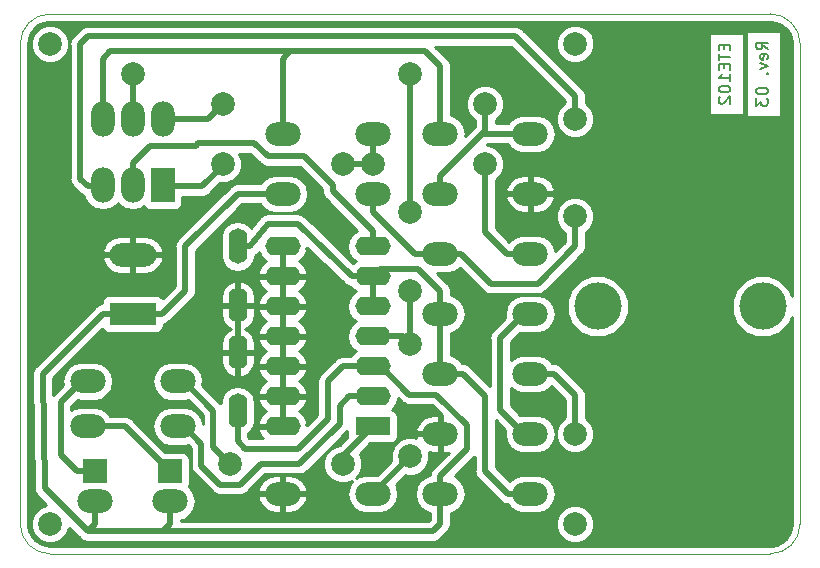
<source format=gbr>
G04 #@! TF.GenerationSoftware,KiCad,Pcbnew,(5.0.2)-1*
G04 #@! TF.CreationDate,2019-04-09T16:24:14-03:00*
G04 #@! TF.ProjectId,ponta-de-prova-logica-simplificada,706f6e74-612d-4646-952d-70726f76612d,03*
G04 #@! TF.SameCoordinates,Original*
G04 #@! TF.FileFunction,Copper,L2,Bot*
G04 #@! TF.FilePolarity,Positive*
%FSLAX46Y46*%
G04 Gerber Fmt 4.6, Leading zero omitted, Abs format (unit mm)*
G04 Created by KiCad (PCBNEW (5.0.2)-1) date 09-04-2019 16:24:14*
%MOMM*%
%LPD*%
G01*
G04 APERTURE LIST*
G04 #@! TA.AperFunction,NonConductor*
%ADD10C,0.200000*%
G04 #@! TD*
G04 #@! TA.AperFunction,NonConductor*
%ADD11C,0.100000*%
G04 #@! TD*
G04 #@! TA.AperFunction,ComponentPad*
%ADD12O,2.000000X3.000000*%
G04 #@! TD*
G04 #@! TA.AperFunction,ComponentPad*
%ADD13R,2.000000X3.000000*%
G04 #@! TD*
G04 #@! TA.AperFunction,ComponentPad*
%ADD14C,2.000000*%
G04 #@! TD*
G04 #@! TA.AperFunction,ComponentPad*
%ADD15C,4.000000*%
G04 #@! TD*
G04 #@! TA.AperFunction,ComponentPad*
%ADD16O,3.000000X2.000000*%
G04 #@! TD*
G04 #@! TA.AperFunction,ComponentPad*
%ADD17R,2.000000X2.000000*%
G04 #@! TD*
G04 #@! TA.AperFunction,ComponentPad*
%ADD18O,3.000000X1.600000*%
G04 #@! TD*
G04 #@! TA.AperFunction,ComponentPad*
%ADD19R,3.000000X1.600000*%
G04 #@! TD*
G04 #@! TA.AperFunction,ComponentPad*
%ADD20O,1.600000X3.000000*%
G04 #@! TD*
G04 #@! TA.AperFunction,ComponentPad*
%ADD21R,3.960000X1.980000*%
G04 #@! TD*
G04 #@! TA.AperFunction,ComponentPad*
%ADD22O,3.960000X1.980000*%
G04 #@! TD*
G04 #@! TA.AperFunction,ComponentPad*
%ADD23C,1.998980*%
G04 #@! TD*
G04 #@! TA.AperFunction,ViaPad*
%ADD24C,2.000000*%
G04 #@! TD*
G04 #@! TA.AperFunction,Conductor*
%ADD25C,0.500000*%
G04 #@! TD*
G04 #@! TA.AperFunction,Conductor*
%ADD26C,0.254000*%
G04 #@! TD*
G04 APERTURE END LIST*
D10*
X77398571Y-21018809D02*
X77398571Y-21352142D01*
X77922380Y-21495000D02*
X77922380Y-21018809D01*
X76922380Y-21018809D01*
X76922380Y-21495000D01*
X76922380Y-21780714D02*
X76922380Y-22352142D01*
X77922380Y-22066428D02*
X76922380Y-22066428D01*
X77398571Y-22685476D02*
X77398571Y-23018809D01*
X77922380Y-23161666D02*
X77922380Y-22685476D01*
X76922380Y-22685476D01*
X76922380Y-23161666D01*
X77922380Y-24114047D02*
X77922380Y-23542619D01*
X77922380Y-23828333D02*
X76922380Y-23828333D01*
X77065238Y-23733095D01*
X77160476Y-23637857D01*
X77208095Y-23542619D01*
X76922380Y-24733095D02*
X76922380Y-24828333D01*
X76970000Y-24923571D01*
X77017619Y-24971190D01*
X77112857Y-25018809D01*
X77303333Y-25066428D01*
X77541428Y-25066428D01*
X77731904Y-25018809D01*
X77827142Y-24971190D01*
X77874761Y-24923571D01*
X77922380Y-24828333D01*
X77922380Y-24733095D01*
X77874761Y-24637857D01*
X77827142Y-24590238D01*
X77731904Y-24542619D01*
X77541428Y-24495000D01*
X77303333Y-24495000D01*
X77112857Y-24542619D01*
X77017619Y-24590238D01*
X76970000Y-24637857D01*
X76922380Y-24733095D01*
X77017619Y-25447380D02*
X76970000Y-25495000D01*
X76922380Y-25590238D01*
X76922380Y-25828333D01*
X76970000Y-25923571D01*
X77017619Y-25971190D01*
X77112857Y-26018809D01*
X77208095Y-26018809D01*
X77350952Y-25971190D01*
X77922380Y-25399761D01*
X77922380Y-26018809D01*
X81097380Y-21423571D02*
X80621190Y-21090238D01*
X81097380Y-20852142D02*
X80097380Y-20852142D01*
X80097380Y-21233095D01*
X80145000Y-21328333D01*
X80192619Y-21375952D01*
X80287857Y-21423571D01*
X80430714Y-21423571D01*
X80525952Y-21375952D01*
X80573571Y-21328333D01*
X80621190Y-21233095D01*
X80621190Y-20852142D01*
X81049761Y-22233095D02*
X81097380Y-22137857D01*
X81097380Y-21947380D01*
X81049761Y-21852142D01*
X80954523Y-21804523D01*
X80573571Y-21804523D01*
X80478333Y-21852142D01*
X80430714Y-21947380D01*
X80430714Y-22137857D01*
X80478333Y-22233095D01*
X80573571Y-22280714D01*
X80668809Y-22280714D01*
X80764047Y-21804523D01*
X80430714Y-22614047D02*
X81097380Y-22852142D01*
X80430714Y-23090238D01*
X81002142Y-23471190D02*
X81049761Y-23518809D01*
X81097380Y-23471190D01*
X81049761Y-23423571D01*
X81002142Y-23471190D01*
X81097380Y-23471190D01*
X80097380Y-24899761D02*
X80097380Y-24995000D01*
X80145000Y-25090238D01*
X80192619Y-25137857D01*
X80287857Y-25185476D01*
X80478333Y-25233095D01*
X80716428Y-25233095D01*
X80906904Y-25185476D01*
X81002142Y-25137857D01*
X81049761Y-25090238D01*
X81097380Y-24995000D01*
X81097380Y-24899761D01*
X81049761Y-24804523D01*
X81002142Y-24756904D01*
X80906904Y-24709285D01*
X80716428Y-24661666D01*
X80478333Y-24661666D01*
X80287857Y-24709285D01*
X80192619Y-24756904D01*
X80145000Y-24804523D01*
X80097380Y-24899761D01*
X80097380Y-25566428D02*
X80097380Y-26185476D01*
X80478333Y-25852142D01*
X80478333Y-25995000D01*
X80525952Y-26090238D01*
X80573571Y-26137857D01*
X80668809Y-26185476D01*
X80906904Y-26185476D01*
X81002142Y-26137857D01*
X81049761Y-26090238D01*
X81097380Y-25995000D01*
X81097380Y-25709285D01*
X81049761Y-25614047D01*
X81002142Y-25566428D01*
D11*
X20320000Y-64135000D02*
G75*
G02X17780000Y-61595000I0J2540000D01*
G01*
X83820000Y-61595000D02*
G75*
G02X81280000Y-64135000I-2540000J0D01*
G01*
X81280000Y-18415000D02*
G75*
G02X83820000Y-20955000I0J-2540000D01*
G01*
X17780000Y-20955000D02*
G75*
G02X20320000Y-18415000I2540000J0D01*
G01*
X20320000Y-64135000D02*
X81280000Y-64135000D01*
X17780000Y-20955000D02*
X17780000Y-61595000D01*
X81280000Y-18415000D02*
X20320000Y-18415000D01*
X83820000Y-61595000D02*
X83820000Y-20955000D01*
D12*
G04 #@! TO.P,SW1,4*
G04 #@! TO.N,Net-(R4-Pad2)*
X29845000Y-27305000D03*
G04 #@! TO.P,SW1,5*
G04 #@! TO.N,Net-(R10-Pad1)*
X27305000Y-27305000D03*
G04 #@! TO.P,SW1,6*
G04 #@! TO.N,Net-(R3-Pad2)*
X24765000Y-27305000D03*
G04 #@! TO.P,SW1,3*
G04 #@! TO.N,Net-(R1-Pad2)*
X24765000Y-32893000D03*
G04 #@! TO.P,SW1,2*
G04 #@! TO.N,Net-(SW1-Pad2)*
X27305000Y-32893000D03*
D13*
G04 #@! TO.P,SW1,1*
G04 #@! TO.N,Net-(R2-Pad2)*
X29845000Y-32893000D03*
G04 #@! TD*
D14*
G04 #@! TO.P,Par4,1*
G04 #@! TO.N,N/C*
X64770000Y-61595000D03*
G04 #@! TD*
G04 #@! TO.P,Par3,1*
G04 #@! TO.N,N/C*
X20320000Y-61595000D03*
G04 #@! TD*
G04 #@! TO.P,Par2,1*
G04 #@! TO.N,N/C*
X64770000Y-20955000D03*
G04 #@! TD*
G04 #@! TO.P,Par1,1*
G04 #@! TO.N,N/C*
X20320000Y-20955000D03*
G04 #@! TD*
D15*
G04 #@! TO.P,PP1,1*
G04 #@! TO.N,N/C*
X66675000Y-43180000D03*
G04 #@! TO.P,PP1,2*
X80645000Y-43180000D03*
G04 #@! TD*
D16*
G04 #@! TO.P,R12,2*
G04 #@! TO.N,Net-(R12-Pad2)*
X31115000Y-53340000D03*
G04 #@! TO.P,R12,1*
G04 #@! TO.N,Net-(D2-Pad1)*
X23495000Y-53340000D03*
G04 #@! TD*
D17*
G04 #@! TO.P,D1,1*
G04 #@! TO.N,Net-(D1-Pad1)*
X24130000Y-57150000D03*
D16*
G04 #@! TO.P,D1,2*
G04 #@! TO.N,VCC*
X24130000Y-59690000D03*
G04 #@! TD*
G04 #@! TO.P,R3,1*
G04 #@! TO.N,Net-(R2-Pad2)*
X47625000Y-28575000D03*
G04 #@! TO.P,R3,2*
G04 #@! TO.N,Net-(R3-Pad2)*
X40005000Y-28575000D03*
G04 #@! TD*
D18*
G04 #@! TO.P,U1,14*
G04 #@! TO.N,GND*
X40005000Y-53340000D03*
G04 #@! TO.P,U1,7*
G04 #@! TO.N,Net-(SW1-Pad2)*
X47625000Y-38100000D03*
G04 #@! TO.P,U1,13*
G04 #@! TO.N,GND*
X40005000Y-50800000D03*
G04 #@! TO.P,U1,6*
G04 #@! TO.N,Net-(C1-Pad1)*
X47625000Y-40640000D03*
G04 #@! TO.P,U1,12*
G04 #@! TO.N,GND*
X40005000Y-48260000D03*
G04 #@! TO.P,U1,5*
G04 #@! TO.N,Net-(C1-Pad1)*
X47625000Y-43180000D03*
G04 #@! TO.P,U1,11*
G04 #@! TO.N,GND*
X40005000Y-45720000D03*
G04 #@! TO.P,U1,4*
G04 #@! TO.N,Net-(R10-Pad1)*
X47625000Y-45720000D03*
G04 #@! TO.P,U1,10*
G04 #@! TO.N,GND*
X40005000Y-43180000D03*
G04 #@! TO.P,U1,3*
G04 #@! TO.N,VCC*
X47625000Y-48260000D03*
G04 #@! TO.P,U1,9*
G04 #@! TO.N,GND*
X40005000Y-40640000D03*
G04 #@! TO.P,U1,2*
G04 #@! TO.N,Net-(R12-Pad2)*
X47625000Y-50800000D03*
G04 #@! TO.P,U1,8*
G04 #@! TO.N,GND*
X40005000Y-38100000D03*
D19*
G04 #@! TO.P,U1,1*
G04 #@! TO.N,Net-(R11-Pad2)*
X47625000Y-53340000D03*
G04 #@! TD*
D20*
G04 #@! TO.P,C2,2*
G04 #@! TO.N,GND*
X36195000Y-47070000D03*
G04 #@! TO.P,C2,1*
G04 #@! TO.N,VCC*
X36195000Y-52070000D03*
G04 #@! TD*
G04 #@! TO.P,C1,1*
G04 #@! TO.N,Net-(C1-Pad1)*
X36195000Y-38100000D03*
G04 #@! TO.P,C1,2*
G04 #@! TO.N,GND*
X36195000Y-43100000D03*
G04 #@! TD*
D16*
G04 #@! TO.P,R8,2*
G04 #@! TO.N,Net-(R8-Pad2)*
X60960000Y-43815000D03*
G04 #@! TO.P,R8,1*
G04 #@! TO.N,Net-(C1-Pad1)*
X53340000Y-43815000D03*
G04 #@! TD*
G04 #@! TO.P,D2,2*
G04 #@! TO.N,VCC*
X30480000Y-59690000D03*
D17*
G04 #@! TO.P,D2,1*
G04 #@! TO.N,Net-(D2-Pad1)*
X30480000Y-57150000D03*
G04 #@! TD*
D21*
G04 #@! TO.P,J1,1*
G04 #@! TO.N,VCC*
X27305000Y-43815000D03*
D22*
G04 #@! TO.P,J1,2*
G04 #@! TO.N,GND*
X27305000Y-38815000D03*
G04 #@! TD*
D23*
G04 #@! TO.P,J2,1*
G04 #@! TO.N,Net-(J2-Pad1)*
X64770000Y-53975000D03*
G04 #@! TD*
D16*
G04 #@! TO.P,R1,2*
G04 #@! TO.N,Net-(R1-Pad2)*
X47625000Y-33655000D03*
G04 #@! TO.P,R1,1*
G04 #@! TO.N,VCC*
X40005000Y-33655000D03*
G04 #@! TD*
G04 #@! TO.P,R2,2*
G04 #@! TO.N,Net-(R2-Pad2)*
X60960000Y-38735000D03*
G04 #@! TO.P,R2,1*
G04 #@! TO.N,Net-(R1-Pad2)*
X53340000Y-38735000D03*
G04 #@! TD*
G04 #@! TO.P,R4,2*
G04 #@! TO.N,Net-(R4-Pad2)*
X60960000Y-28575000D03*
G04 #@! TO.P,R4,1*
G04 #@! TO.N,Net-(R3-Pad2)*
X53340000Y-28575000D03*
G04 #@! TD*
G04 #@! TO.P,R5,1*
G04 #@! TO.N,Net-(R4-Pad2)*
X53340000Y-33655000D03*
G04 #@! TO.P,R5,2*
G04 #@! TO.N,GND*
X60960000Y-33655000D03*
G04 #@! TD*
G04 #@! TO.P,R6,1*
G04 #@! TO.N,Net-(C1-Pad1)*
X53340000Y-48895000D03*
G04 #@! TO.P,R6,2*
G04 #@! TO.N,Net-(J2-Pad1)*
X60960000Y-48895000D03*
G04 #@! TD*
G04 #@! TO.P,R7,1*
G04 #@! TO.N,VCC*
X53340000Y-59055000D03*
G04 #@! TO.P,R7,2*
G04 #@! TO.N,Net-(C1-Pad1)*
X60960000Y-59055000D03*
G04 #@! TD*
G04 #@! TO.P,R9,2*
G04 #@! TO.N,GND*
X53340000Y-53975000D03*
G04 #@! TO.P,R9,1*
G04 #@! TO.N,Net-(R8-Pad2)*
X60960000Y-53975000D03*
G04 #@! TD*
G04 #@! TO.P,R10,1*
G04 #@! TO.N,Net-(R10-Pad1)*
X47625000Y-59055000D03*
G04 #@! TO.P,R10,2*
G04 #@! TO.N,GND*
X40005000Y-59055000D03*
G04 #@! TD*
G04 #@! TO.P,R11,2*
G04 #@! TO.N,Net-(R11-Pad2)*
X31115000Y-49530000D03*
G04 #@! TO.P,R11,1*
G04 #@! TO.N,Net-(D1-Pad1)*
X23495000Y-49530000D03*
G04 #@! TD*
D24*
G04 #@! TO.N,Net-(R1-Pad2)*
X64770000Y-27305000D03*
X64770000Y-35560000D03*
G04 #@! TO.N,Net-(R4-Pad2)*
X34925000Y-26035000D03*
X57150000Y-26035000D03*
G04 #@! TO.N,Net-(R2-Pad2)*
X47625000Y-31115000D03*
X57150000Y-31115000D03*
X34925000Y-31115000D03*
X45085000Y-31115000D03*
G04 #@! TO.N,Net-(R10-Pad1)*
X50800000Y-55880000D03*
X50800000Y-41910000D03*
X50800000Y-46355000D03*
X50800000Y-35179000D03*
X27305000Y-23495000D03*
X50800000Y-23495000D03*
G04 #@! TO.N,Net-(R11-Pad2)*
X45085000Y-56515000D03*
X35560000Y-56515000D03*
G04 #@! TD*
D25*
G04 #@! TO.N,Net-(C1-Pad1)*
X53340000Y-47645000D02*
X53340000Y-43815000D01*
X53340000Y-48895000D02*
X53340000Y-47645000D01*
X47625000Y-43180000D02*
X47625000Y-40640000D01*
X45875000Y-40640000D02*
X47625000Y-40640000D01*
X41275000Y-36195000D02*
X45875000Y-40640000D01*
X38735000Y-36195000D02*
X41275000Y-36195000D01*
X36195000Y-38100000D02*
X37245000Y-38100000D01*
X37245000Y-38100000D02*
X38735000Y-36195000D01*
X55245000Y-48895000D02*
X53340000Y-48895000D01*
X60960000Y-59055000D02*
X59055000Y-59055000D01*
X59055000Y-59055000D02*
X57150000Y-57150000D01*
X57150000Y-57150000D02*
X57150000Y-50800000D01*
X57150000Y-50800000D02*
X55245000Y-48895000D01*
X48260000Y-40005000D02*
X47625000Y-40640000D01*
X51496842Y-40005000D02*
X48260000Y-40005000D01*
X53340000Y-41848158D02*
X51496842Y-40005000D01*
X53340000Y-43815000D02*
X53340000Y-41848158D01*
G04 #@! TO.N,Net-(D1-Pad1)*
X22995000Y-49530000D02*
X23495000Y-49530000D01*
X21236990Y-51288010D02*
X22995000Y-49530000D01*
X21236990Y-55756990D02*
X21236990Y-51288010D01*
X22630000Y-57150000D02*
X21236990Y-55756990D01*
X24130000Y-57150000D02*
X22630000Y-57150000D01*
G04 #@! TO.N,Net-(D2-Pad1)*
X26670000Y-53340000D02*
X30480000Y-57150000D01*
X23495000Y-53340000D02*
X26670000Y-53340000D01*
G04 #@! TO.N,Net-(R1-Pad2)*
X47625000Y-35155000D02*
X47625000Y-33655000D01*
X51205000Y-38735000D02*
X47625000Y-35155000D01*
X53340000Y-38735000D02*
X51205000Y-38735000D01*
X55090000Y-38735000D02*
X53340000Y-38735000D01*
X57630000Y-41275000D02*
X55090000Y-38735000D01*
X61595000Y-41275000D02*
X57630000Y-41275000D01*
X64770000Y-38100000D02*
X64770000Y-35560000D01*
X61595000Y-41275000D02*
X64770000Y-38100000D01*
X64770000Y-25400000D02*
X64770000Y-27305000D01*
X59690000Y-20320000D02*
X64770000Y-25400000D01*
X23495000Y-20320000D02*
X59690000Y-20320000D01*
X23495000Y-33020000D02*
X22860000Y-32385000D01*
X24765000Y-33020000D02*
X23495000Y-33020000D01*
X22860000Y-32385000D02*
X22860000Y-20955000D01*
X22860000Y-20955000D02*
X23495000Y-20320000D01*
G04 #@! TO.N,Net-(R3-Pad2)*
X40005000Y-28575000D02*
X40005000Y-24911999D01*
X40005000Y-24911999D02*
X40005000Y-22225000D01*
X40005000Y-22225000D02*
X40640000Y-21590000D01*
X53340000Y-22860000D02*
X53340000Y-28575000D01*
X24765000Y-27305000D02*
X24765000Y-22225000D01*
X24765000Y-22225000D02*
X25400000Y-21590000D01*
X25400000Y-21590000D02*
X52070000Y-21590000D01*
X52070000Y-21590000D02*
X53340000Y-22860000D01*
G04 #@! TO.N,Net-(R4-Pad2)*
X53340000Y-32155000D02*
X53340000Y-33655000D01*
X56920000Y-28575000D02*
X53340000Y-32155000D01*
X60960000Y-28575000D02*
X56920000Y-28575000D01*
X33655000Y-27305000D02*
X34925000Y-26035000D01*
X29845000Y-27305000D02*
X33655000Y-27305000D01*
X57150000Y-28345000D02*
X56920000Y-28575000D01*
X57150000Y-26035000D02*
X57150000Y-28345000D01*
G04 #@! TO.N,Net-(R8-Pad2)*
X60460000Y-43815000D02*
X60960000Y-43815000D01*
X60960000Y-53975000D02*
X60460000Y-53975000D01*
X60460000Y-53975000D02*
X58420000Y-51935000D01*
X58420000Y-51935000D02*
X58420000Y-45855000D01*
X58420000Y-45855000D02*
X60460000Y-43815000D01*
G04 #@! TO.N,VCC*
X45085000Y-48260000D02*
X47625000Y-48260000D01*
X36195000Y-54610000D02*
X36830000Y-55245000D01*
X36195000Y-52070000D02*
X36195000Y-54610000D01*
X36830000Y-55245000D02*
X41275000Y-55245000D01*
X41275000Y-55245000D02*
X43815000Y-52705000D01*
X43815000Y-52705000D02*
X43815000Y-49530000D01*
X43815000Y-49530000D02*
X45085000Y-48260000D01*
X48325000Y-48260000D02*
X47625000Y-48260000D01*
X50718010Y-50653010D02*
X48325000Y-48260000D01*
X53004211Y-50653010D02*
X50718010Y-50653010D01*
X55598010Y-53246809D02*
X53004211Y-50653010D01*
X55598010Y-55296990D02*
X55598010Y-53246809D01*
X53340000Y-57555000D02*
X55598010Y-55296990D01*
X53340000Y-59055000D02*
X53340000Y-57555000D01*
X29785000Y-43815000D02*
X27305000Y-43815000D01*
X40005000Y-33655000D02*
X36195000Y-33655000D01*
X31750000Y-38100000D02*
X31750000Y-41850000D01*
X36195000Y-33655000D02*
X31750000Y-38100000D01*
X31750000Y-41850000D02*
X29785000Y-43815000D01*
X53340000Y-61595000D02*
X53340000Y-59055000D01*
X52705000Y-62230000D02*
X53340000Y-61595000D01*
X27305000Y-43815000D02*
X24765000Y-43815000D01*
X24130000Y-59690000D02*
X24130000Y-61595000D01*
X24130000Y-61595000D02*
X23495000Y-62230000D01*
X30480000Y-61595000D02*
X29845000Y-62230000D01*
X30480000Y-59690000D02*
X30480000Y-61595000D01*
X29845000Y-62230000D02*
X52705000Y-62230000D01*
X23495000Y-62230000D02*
X29845000Y-62230000D01*
X19858010Y-58593010D02*
X23495000Y-62230000D01*
X19685000Y-48895000D02*
X19858010Y-58593010D01*
X19685000Y-48895000D02*
X24765000Y-43815000D01*
G04 #@! TO.N,Net-(J2-Pad1)*
X62960000Y-48895000D02*
X64770000Y-50705000D01*
X60960000Y-48895000D02*
X62960000Y-48895000D01*
X64770000Y-50705000D02*
X64770000Y-53975000D01*
G04 #@! TO.N,Net-(R2-Pad2)*
X60960000Y-38735000D02*
X58960000Y-38735000D01*
X58960000Y-38735000D02*
X57150000Y-36925000D01*
X47625000Y-31115000D02*
X47625000Y-28575000D01*
X57150000Y-36925000D02*
X57150000Y-31115000D01*
X31345000Y-33020000D02*
X29845000Y-33020000D01*
X34925000Y-31303842D02*
X33208842Y-33020000D01*
X34925000Y-31115000D02*
X34925000Y-31303842D01*
X33208842Y-33020000D02*
X31345000Y-33020000D01*
X45085000Y-31115000D02*
X47625000Y-31115000D01*
G04 #@! TO.N,Net-(R10-Pad1)*
X50800000Y-41910000D02*
X50800000Y-46355000D01*
X50165000Y-45720000D02*
X50800000Y-46355000D01*
X47625000Y-45720000D02*
X50165000Y-45720000D01*
X50800000Y-31369000D02*
X50800000Y-35179000D01*
X50800000Y-23495000D02*
X50800000Y-31369000D01*
X27305000Y-27305000D02*
X27305000Y-23495000D01*
X50800000Y-55880000D02*
X47625000Y-59055000D01*
G04 #@! TO.N,Net-(R11-Pad2)*
X34560001Y-55515001D02*
X35560000Y-56515000D01*
X31615000Y-49530000D02*
X34123009Y-52038009D01*
X34123009Y-55078009D02*
X34560001Y-55515001D01*
X34123009Y-52038009D02*
X34123009Y-55078009D01*
X31115000Y-49530000D02*
X31615000Y-49530000D01*
X45085000Y-55880000D02*
X47625000Y-53340000D01*
X45085000Y-56515000D02*
X45085000Y-55880000D01*
G04 #@! TO.N,Net-(R12-Pad2)*
X45625000Y-50800000D02*
X47625000Y-50800000D01*
X33115000Y-54840000D02*
X33115000Y-56671842D01*
X44823010Y-51601990D02*
X45625000Y-50800000D01*
X33115000Y-56671842D02*
X34716159Y-58273001D01*
X31615000Y-53340000D02*
X33115000Y-54840000D01*
X38161842Y-56515000D02*
X41430540Y-56515000D01*
X31115000Y-53340000D02*
X31615000Y-53340000D01*
X44823010Y-53122530D02*
X44823010Y-51601990D01*
X34716159Y-58273001D02*
X36403841Y-58273001D01*
X36403841Y-58273001D02*
X38161842Y-56515000D01*
X41430540Y-56515000D02*
X44823010Y-53122530D01*
G04 #@! TO.N,Net-(SW1-Pad2)*
X47625000Y-36800000D02*
X47625000Y-38100000D01*
X28761990Y-29563010D02*
X32666990Y-29563010D01*
X27305000Y-31020000D02*
X28761990Y-29563010D01*
X32666990Y-29563010D02*
X32873001Y-29356999D01*
X27305000Y-33020000D02*
X27305000Y-31020000D01*
X32873001Y-29356999D02*
X37611999Y-29356999D01*
X37611999Y-29356999D02*
X38735000Y-30480000D01*
X41848158Y-30480000D02*
X44241159Y-32873001D01*
X38735000Y-30480000D02*
X41848158Y-30480000D01*
X44241159Y-32873001D02*
X44241159Y-33416159D01*
X44241159Y-33416159D02*
X47625000Y-36800000D01*
G04 #@! TD*
D26*
G04 #@! TO.N,GND*
G36*
X81739967Y-19163552D02*
X82171029Y-19334222D01*
X82546108Y-19606732D01*
X82841633Y-19963960D01*
X83039032Y-20383454D01*
X83132019Y-20870913D01*
X83135001Y-20965792D01*
X83135000Y-42305806D01*
X82878845Y-41687392D01*
X82137608Y-40946155D01*
X81169134Y-40545000D01*
X80120866Y-40545000D01*
X79152392Y-40946155D01*
X78411155Y-41687392D01*
X78010000Y-42655866D01*
X78010000Y-43704134D01*
X78411155Y-44672608D01*
X79152392Y-45413845D01*
X80120866Y-45815000D01*
X81169134Y-45815000D01*
X82137608Y-45413845D01*
X82878845Y-44672608D01*
X83135000Y-44054194D01*
X83135000Y-61551907D01*
X83071448Y-62054967D01*
X82900777Y-62486031D01*
X82628267Y-62861109D01*
X82271040Y-63156633D01*
X81851546Y-63354032D01*
X81364087Y-63447019D01*
X81269240Y-63450000D01*
X20363093Y-63450000D01*
X19860033Y-63386448D01*
X19428969Y-63215777D01*
X19053891Y-62943267D01*
X18758367Y-62586040D01*
X18560968Y-62166546D01*
X18467981Y-61679087D01*
X18465000Y-61584240D01*
X18465000Y-61269778D01*
X18685000Y-61269778D01*
X18685000Y-61920222D01*
X18933914Y-62521153D01*
X19393847Y-62981086D01*
X19994778Y-63230000D01*
X20645222Y-63230000D01*
X21246153Y-62981086D01*
X21706086Y-62521153D01*
X21948745Y-61935323D01*
X22807577Y-62794156D01*
X22856951Y-62868049D01*
X22930844Y-62917423D01*
X22930845Y-62917424D01*
X22955774Y-62934081D01*
X23149690Y-63063652D01*
X23407835Y-63115000D01*
X23407839Y-63115000D01*
X23495000Y-63132337D01*
X23582161Y-63115000D01*
X29757839Y-63115000D01*
X29845000Y-63132337D01*
X29932161Y-63115000D01*
X52617839Y-63115000D01*
X52705000Y-63132337D01*
X52792161Y-63115000D01*
X52792165Y-63115000D01*
X53050310Y-63063652D01*
X53343049Y-62868049D01*
X53392425Y-62794154D01*
X53904156Y-62282423D01*
X53978049Y-62233049D01*
X54043561Y-62135005D01*
X54173652Y-61940310D01*
X54184715Y-61884690D01*
X54225000Y-61682165D01*
X54225000Y-61682161D01*
X54242337Y-61595000D01*
X54225000Y-61507839D01*
X54225000Y-61269778D01*
X63135000Y-61269778D01*
X63135000Y-61920222D01*
X63383914Y-62521153D01*
X63843847Y-62981086D01*
X64444778Y-63230000D01*
X65095222Y-63230000D01*
X65696153Y-62981086D01*
X66156086Y-62521153D01*
X66405000Y-61920222D01*
X66405000Y-61269778D01*
X66156086Y-60668847D01*
X65696153Y-60208914D01*
X65095222Y-59960000D01*
X64444778Y-59960000D01*
X63843847Y-60208914D01*
X63383914Y-60668847D01*
X63135000Y-61269778D01*
X54225000Y-61269778D01*
X54225000Y-60645450D01*
X54477945Y-60595136D01*
X55018769Y-60233769D01*
X55380136Y-59692945D01*
X55507031Y-59055000D01*
X55380136Y-58417055D01*
X55018769Y-57876231D01*
X54570123Y-57576455D01*
X56162166Y-55984413D01*
X56236059Y-55935039D01*
X56265000Y-55891726D01*
X56265000Y-57062839D01*
X56247663Y-57150000D01*
X56265000Y-57237161D01*
X56265000Y-57237164D01*
X56316348Y-57495309D01*
X56511951Y-57788049D01*
X56585846Y-57837424D01*
X58367577Y-59619156D01*
X58416951Y-59693049D01*
X58490844Y-59742423D01*
X58490845Y-59742424D01*
X58709690Y-59888652D01*
X58967835Y-59940000D01*
X58967839Y-59940000D01*
X59055000Y-59957337D01*
X59091654Y-59950046D01*
X59281231Y-60233769D01*
X59822055Y-60595136D01*
X60298969Y-60690000D01*
X61621031Y-60690000D01*
X62097945Y-60595136D01*
X62638769Y-60233769D01*
X63000136Y-59692945D01*
X63127031Y-59055000D01*
X63000136Y-58417055D01*
X62638769Y-57876231D01*
X62097945Y-57514864D01*
X61621031Y-57420000D01*
X60298969Y-57420000D01*
X59822055Y-57514864D01*
X59281231Y-57876231D01*
X59219779Y-57968200D01*
X58035000Y-56783422D01*
X58035000Y-52801578D01*
X58861897Y-53628475D01*
X58792969Y-53975000D01*
X58919864Y-54612945D01*
X59281231Y-55153769D01*
X59822055Y-55515136D01*
X60298969Y-55610000D01*
X61621031Y-55610000D01*
X62097945Y-55515136D01*
X62638769Y-55153769D01*
X63000136Y-54612945D01*
X63127031Y-53975000D01*
X63000136Y-53337055D01*
X62638769Y-52796231D01*
X62097945Y-52434864D01*
X61621031Y-52340000D01*
X60298969Y-52340000D01*
X60113475Y-52376897D01*
X59305000Y-51568422D01*
X59305000Y-50089651D01*
X59822055Y-50435136D01*
X60298969Y-50530000D01*
X61621031Y-50530000D01*
X62097945Y-50435136D01*
X62638769Y-50073769D01*
X62738273Y-49924851D01*
X63885000Y-51071579D01*
X63885001Y-52572419D01*
X63844136Y-52589346D01*
X63384346Y-53049136D01*
X63135510Y-53649880D01*
X63135510Y-54300120D01*
X63384346Y-54900864D01*
X63844136Y-55360654D01*
X64444880Y-55609490D01*
X65095120Y-55609490D01*
X65695864Y-55360654D01*
X66155654Y-54900864D01*
X66404490Y-54300120D01*
X66404490Y-53649880D01*
X66155654Y-53049136D01*
X65695864Y-52589346D01*
X65655000Y-52572420D01*
X65655000Y-50792161D01*
X65672337Y-50705000D01*
X65655000Y-50617839D01*
X65655000Y-50617835D01*
X65603652Y-50359690D01*
X65520901Y-50235845D01*
X65457424Y-50140845D01*
X65457423Y-50140844D01*
X65408049Y-50066951D01*
X65334156Y-50017577D01*
X63647424Y-48330846D01*
X63598049Y-48256951D01*
X63305310Y-48061348D01*
X63047165Y-48010000D01*
X63047161Y-48010000D01*
X62960000Y-47992663D01*
X62872839Y-48010000D01*
X62835059Y-48010000D01*
X62638769Y-47716231D01*
X62097945Y-47354864D01*
X61621031Y-47260000D01*
X60298969Y-47260000D01*
X59822055Y-47354864D01*
X59305000Y-47700349D01*
X59305000Y-46221578D01*
X60113475Y-45413103D01*
X60298969Y-45450000D01*
X61621031Y-45450000D01*
X62097945Y-45355136D01*
X62638769Y-44993769D01*
X63000136Y-44452945D01*
X63127031Y-43815000D01*
X63000136Y-43177055D01*
X62651889Y-42655866D01*
X64040000Y-42655866D01*
X64040000Y-43704134D01*
X64441155Y-44672608D01*
X65182392Y-45413845D01*
X66150866Y-45815000D01*
X67199134Y-45815000D01*
X68167608Y-45413845D01*
X68908845Y-44672608D01*
X69310000Y-43704134D01*
X69310000Y-42655866D01*
X68908845Y-41687392D01*
X68167608Y-40946155D01*
X67199134Y-40545000D01*
X66150866Y-40545000D01*
X65182392Y-40946155D01*
X64441155Y-41687392D01*
X64040000Y-42655866D01*
X62651889Y-42655866D01*
X62638769Y-42636231D01*
X62097945Y-42274864D01*
X61621031Y-42180000D01*
X60298969Y-42180000D01*
X59822055Y-42274864D01*
X59281231Y-42636231D01*
X58919864Y-43177055D01*
X58792969Y-43815000D01*
X58861897Y-44161525D01*
X57855845Y-45167577D01*
X57781952Y-45216951D01*
X57732578Y-45290844D01*
X57732576Y-45290846D01*
X57586348Y-45509691D01*
X57517663Y-45855000D01*
X57535001Y-45942165D01*
X57535000Y-49933421D01*
X55932424Y-48330846D01*
X55883049Y-48256951D01*
X55590310Y-48061348D01*
X55332165Y-48010000D01*
X55332161Y-48010000D01*
X55245000Y-47992663D01*
X55208346Y-47999954D01*
X55018769Y-47716231D01*
X54477945Y-47354864D01*
X54225000Y-47304550D01*
X54225000Y-45405450D01*
X54477945Y-45355136D01*
X55018769Y-44993769D01*
X55380136Y-44452945D01*
X55507031Y-43815000D01*
X55380136Y-43177055D01*
X55018769Y-42636231D01*
X54477945Y-42274864D01*
X54225000Y-42224550D01*
X54225000Y-41935317D01*
X54242337Y-41848157D01*
X54225000Y-41760998D01*
X54225000Y-41760993D01*
X54173652Y-41502848D01*
X53978049Y-41210109D01*
X53904156Y-41160735D01*
X53113421Y-40370000D01*
X54001031Y-40370000D01*
X54477945Y-40275136D01*
X55017823Y-39914401D01*
X56942577Y-41839156D01*
X56991951Y-41913049D01*
X57065844Y-41962423D01*
X57065845Y-41962424D01*
X57176880Y-42036615D01*
X57284690Y-42108652D01*
X57542835Y-42160000D01*
X57542839Y-42160000D01*
X57629999Y-42177337D01*
X57717159Y-42160000D01*
X61507839Y-42160000D01*
X61595000Y-42177337D01*
X61682161Y-42160000D01*
X61682165Y-42160000D01*
X61940310Y-42108652D01*
X62233049Y-41913049D01*
X62282425Y-41839153D01*
X65334156Y-38787423D01*
X65408049Y-38738049D01*
X65603652Y-38445310D01*
X65655000Y-38187165D01*
X65655000Y-38187160D01*
X65672337Y-38100001D01*
X65655000Y-38012841D01*
X65655000Y-36963132D01*
X65696153Y-36946086D01*
X66156086Y-36486153D01*
X66405000Y-35885222D01*
X66405000Y-35234778D01*
X66156086Y-34633847D01*
X65696153Y-34173914D01*
X65095222Y-33925000D01*
X64444778Y-33925000D01*
X63843847Y-34173914D01*
X63383914Y-34633847D01*
X63135000Y-35234778D01*
X63135000Y-35885222D01*
X63383914Y-36486153D01*
X63843847Y-36946086D01*
X63885000Y-36963132D01*
X63885000Y-37733421D01*
X63086614Y-38531808D01*
X63000136Y-38097055D01*
X62638769Y-37556231D01*
X62097945Y-37194864D01*
X61621031Y-37100000D01*
X60298969Y-37100000D01*
X59822055Y-37194864D01*
X59281231Y-37556231D01*
X59181727Y-37705149D01*
X58035000Y-36558422D01*
X58035000Y-34035434D01*
X58869876Y-34035434D01*
X58900856Y-34163355D01*
X59214078Y-34721317D01*
X59716980Y-35116942D01*
X60333000Y-35290000D01*
X60833000Y-35290000D01*
X60833000Y-33782000D01*
X61087000Y-33782000D01*
X61087000Y-35290000D01*
X61587000Y-35290000D01*
X62203020Y-35116942D01*
X62705922Y-34721317D01*
X63019144Y-34163355D01*
X63050124Y-34035434D01*
X62930777Y-33782000D01*
X61087000Y-33782000D01*
X60833000Y-33782000D01*
X58989223Y-33782000D01*
X58869876Y-34035434D01*
X58035000Y-34035434D01*
X58035000Y-33274566D01*
X58869876Y-33274566D01*
X58989223Y-33528000D01*
X60833000Y-33528000D01*
X60833000Y-32020000D01*
X61087000Y-32020000D01*
X61087000Y-33528000D01*
X62930777Y-33528000D01*
X63050124Y-33274566D01*
X63019144Y-33146645D01*
X62705922Y-32588683D01*
X62203020Y-32193058D01*
X61587000Y-32020000D01*
X61087000Y-32020000D01*
X60833000Y-32020000D01*
X60333000Y-32020000D01*
X59716980Y-32193058D01*
X59214078Y-32588683D01*
X58900856Y-33146645D01*
X58869876Y-33274566D01*
X58035000Y-33274566D01*
X58035000Y-32518132D01*
X58076153Y-32501086D01*
X58536086Y-32041153D01*
X58785000Y-31440222D01*
X58785000Y-30789778D01*
X58536086Y-30188847D01*
X58076153Y-29728914D01*
X57475222Y-29480000D01*
X57266579Y-29480000D01*
X57286579Y-29460000D01*
X59084941Y-29460000D01*
X59281231Y-29753769D01*
X59822055Y-30115136D01*
X60298969Y-30210000D01*
X61621031Y-30210000D01*
X62097945Y-30115136D01*
X62638769Y-29753769D01*
X63000136Y-29212945D01*
X63127031Y-28575000D01*
X63000136Y-27937055D01*
X62638769Y-27396231D01*
X62097945Y-27034864D01*
X61621031Y-26940000D01*
X60298969Y-26940000D01*
X59822055Y-27034864D01*
X59281231Y-27396231D01*
X59084941Y-27690000D01*
X58035000Y-27690000D01*
X58035000Y-27438132D01*
X58076153Y-27421086D01*
X58536086Y-26961153D01*
X58785000Y-26360222D01*
X58785000Y-25709778D01*
X58536086Y-25108847D01*
X58076153Y-24648914D01*
X57475222Y-24400000D01*
X56824778Y-24400000D01*
X56223847Y-24648914D01*
X55763914Y-25108847D01*
X55515000Y-25709778D01*
X55515000Y-26360222D01*
X55763914Y-26961153D01*
X56223847Y-27421086D01*
X56265001Y-27438132D01*
X56265001Y-27962319D01*
X56232577Y-28010844D01*
X55466957Y-28776464D01*
X55507031Y-28575000D01*
X55380136Y-27937055D01*
X55018769Y-27396231D01*
X54477945Y-27034864D01*
X54225000Y-26984550D01*
X54225000Y-22947159D01*
X54242337Y-22859999D01*
X54225000Y-22772839D01*
X54225000Y-22772835D01*
X54173652Y-22514690D01*
X53978049Y-22221951D01*
X53904156Y-22172577D01*
X52936578Y-21205000D01*
X59323422Y-21205000D01*
X63885000Y-25766579D01*
X63885000Y-25901868D01*
X63843847Y-25918914D01*
X63383914Y-26378847D01*
X63135000Y-26979778D01*
X63135000Y-27630222D01*
X63383914Y-28231153D01*
X63843847Y-28691086D01*
X64444778Y-28940000D01*
X65095222Y-28940000D01*
X65696153Y-28691086D01*
X66156086Y-28231153D01*
X66405000Y-27630222D01*
X66405000Y-26979778D01*
X66156086Y-26378847D01*
X65696153Y-25918914D01*
X65655000Y-25901868D01*
X65655000Y-25487161D01*
X65672337Y-25400000D01*
X65655000Y-25312839D01*
X65655000Y-25312835D01*
X65603652Y-25054690D01*
X65408049Y-24761951D01*
X65334156Y-24712577D01*
X61251357Y-20629778D01*
X63135000Y-20629778D01*
X63135000Y-21280222D01*
X63383914Y-21881153D01*
X63843847Y-22341086D01*
X64444778Y-22590000D01*
X65095222Y-22590000D01*
X65696153Y-22341086D01*
X66156086Y-21881153D01*
X66405000Y-21280222D01*
X66405000Y-20629778D01*
X66163073Y-20045714D01*
X76065000Y-20045714D01*
X76065000Y-26944285D01*
X79035000Y-26944285D01*
X79035000Y-20045714D01*
X76065000Y-20045714D01*
X66163073Y-20045714D01*
X66156086Y-20028847D01*
X66006286Y-19879047D01*
X79240000Y-19879047D01*
X79240000Y-27110952D01*
X82210000Y-27110952D01*
X82210000Y-19879047D01*
X79240000Y-19879047D01*
X66006286Y-19879047D01*
X65696153Y-19568914D01*
X65095222Y-19320000D01*
X64444778Y-19320000D01*
X63843847Y-19568914D01*
X63383914Y-20028847D01*
X63135000Y-20629778D01*
X61251357Y-20629778D01*
X60377425Y-19755847D01*
X60328049Y-19681951D01*
X60035310Y-19486348D01*
X59777165Y-19435000D01*
X59777161Y-19435000D01*
X59690000Y-19417663D01*
X59602839Y-19435000D01*
X23582161Y-19435000D01*
X23495000Y-19417663D01*
X23407839Y-19435000D01*
X23407835Y-19435000D01*
X23165144Y-19483274D01*
X23149690Y-19486348D01*
X22930845Y-19632576D01*
X22930844Y-19632577D01*
X22856951Y-19681951D01*
X22807577Y-19755844D01*
X22295844Y-20267577D01*
X22221952Y-20316951D01*
X22172578Y-20390844D01*
X22172576Y-20390846D01*
X22026348Y-20609691D01*
X21957663Y-20955000D01*
X21975001Y-21042165D01*
X21975000Y-32297839D01*
X21957663Y-32385000D01*
X21975000Y-32472161D01*
X21975000Y-32472164D01*
X22026348Y-32730309D01*
X22221951Y-33023049D01*
X22295846Y-33072425D01*
X22807577Y-33584156D01*
X22856951Y-33658049D01*
X22930844Y-33707423D01*
X22930845Y-33707424D01*
X23149690Y-33853652D01*
X23191242Y-33861917D01*
X23224864Y-34030945D01*
X23586232Y-34571769D01*
X24127056Y-34933136D01*
X24765000Y-35060031D01*
X25402945Y-34933136D01*
X25943769Y-34571769D01*
X26035000Y-34435232D01*
X26126232Y-34571769D01*
X26667056Y-34933136D01*
X27305000Y-35060031D01*
X27942945Y-34933136D01*
X28288100Y-34702511D01*
X28387191Y-34850809D01*
X28597235Y-34991157D01*
X28845000Y-35040440D01*
X30845000Y-35040440D01*
X31092765Y-34991157D01*
X31302809Y-34850809D01*
X31443157Y-34640765D01*
X31492440Y-34393000D01*
X31492440Y-33905000D01*
X33121681Y-33905000D01*
X33208842Y-33922337D01*
X33296003Y-33905000D01*
X33296007Y-33905000D01*
X33554152Y-33853652D01*
X33846891Y-33658049D01*
X33896267Y-33584153D01*
X34730421Y-32750000D01*
X35250222Y-32750000D01*
X35851153Y-32501086D01*
X36311086Y-32041153D01*
X36560000Y-31440222D01*
X36560000Y-30789778D01*
X36333102Y-30241999D01*
X37245421Y-30241999D01*
X38047577Y-31044156D01*
X38096951Y-31118049D01*
X38170844Y-31167423D01*
X38170845Y-31167424D01*
X38222837Y-31202164D01*
X38389690Y-31313652D01*
X38647835Y-31365000D01*
X38647839Y-31365000D01*
X38734999Y-31382337D01*
X38822159Y-31365000D01*
X41481580Y-31365000D01*
X43356159Y-33239580D01*
X43356159Y-33328998D01*
X43338822Y-33416159D01*
X43356159Y-33503320D01*
X43356159Y-33503324D01*
X43407507Y-33761469D01*
X43603111Y-34054208D01*
X43677004Y-34103582D01*
X46339069Y-36765648D01*
X45890423Y-37065423D01*
X45573260Y-37540091D01*
X45461887Y-38100000D01*
X45573260Y-38659909D01*
X45890423Y-39134577D01*
X46242758Y-39370000D01*
X46001279Y-39531351D01*
X41958168Y-35624476D01*
X41913049Y-35556951D01*
X41832792Y-35503325D01*
X41827293Y-35498011D01*
X41760398Y-35454952D01*
X41620310Y-35361348D01*
X41612591Y-35359813D01*
X41605975Y-35355554D01*
X41440240Y-35325530D01*
X41362165Y-35310000D01*
X41354513Y-35310000D01*
X41259540Y-35292795D01*
X41180176Y-35310000D01*
X38768062Y-35310000D01*
X38625514Y-35299330D01*
X38509500Y-35337517D01*
X38389690Y-35361348D01*
X38343664Y-35392102D01*
X38291089Y-35409407D01*
X38198511Y-35489090D01*
X38096951Y-35556951D01*
X38017529Y-35675813D01*
X37344096Y-36536814D01*
X37229577Y-36365423D01*
X36754909Y-36048260D01*
X36195000Y-35936887D01*
X35635092Y-36048260D01*
X35160424Y-36365423D01*
X34843261Y-36840091D01*
X34760000Y-37258667D01*
X34760000Y-38941332D01*
X34843260Y-39359908D01*
X35160423Y-39834576D01*
X35635091Y-40151740D01*
X36195000Y-40263113D01*
X36754908Y-40151740D01*
X37229576Y-39834577D01*
X37546740Y-39359909D01*
X37630000Y-38941333D01*
X37630000Y-38907132D01*
X37636335Y-38902899D01*
X37688910Y-38885594D01*
X37781487Y-38805911D01*
X37883049Y-38738049D01*
X37962476Y-38619179D01*
X37971872Y-38607166D01*
X38200500Y-39024896D01*
X38629607Y-39370000D01*
X38200500Y-39715104D01*
X37930633Y-40208181D01*
X37913096Y-40290961D01*
X38035085Y-40513000D01*
X39878000Y-40513000D01*
X39878000Y-38227000D01*
X39858000Y-38227000D01*
X39858000Y-37973000D01*
X39878000Y-37973000D01*
X39878000Y-37953000D01*
X40132000Y-37953000D01*
X40132000Y-37973000D01*
X40152000Y-37973000D01*
X40152000Y-38227000D01*
X40132000Y-38227000D01*
X40132000Y-40513000D01*
X41974915Y-40513000D01*
X42096904Y-40290961D01*
X42079367Y-40208181D01*
X41809500Y-39715104D01*
X41380393Y-39370000D01*
X41809500Y-39024896D01*
X42079367Y-38531819D01*
X42096904Y-38449039D01*
X41974916Y-38227002D01*
X42104272Y-38227002D01*
X45191834Y-41210526D01*
X45236951Y-41278049D01*
X45317205Y-41331673D01*
X45322706Y-41336989D01*
X45389628Y-41380065D01*
X45529690Y-41473652D01*
X45537407Y-41475187D01*
X45544024Y-41479446D01*
X45709766Y-41509471D01*
X45787835Y-41525000D01*
X45790479Y-41525000D01*
X45890423Y-41674577D01*
X46242758Y-41910000D01*
X45890423Y-42145423D01*
X45573260Y-42620091D01*
X45461887Y-43180000D01*
X45573260Y-43739909D01*
X45890423Y-44214577D01*
X46242758Y-44450000D01*
X45890423Y-44685423D01*
X45573260Y-45160091D01*
X45461887Y-45720000D01*
X45573260Y-46279909D01*
X45890423Y-46754577D01*
X46242758Y-46990000D01*
X45890423Y-47225423D01*
X45790479Y-47375000D01*
X45172159Y-47375000D01*
X45084999Y-47357663D01*
X44997839Y-47375000D01*
X44997835Y-47375000D01*
X44739690Y-47426348D01*
X44739688Y-47426349D01*
X44739689Y-47426349D01*
X44520845Y-47572576D01*
X44520844Y-47572577D01*
X44446951Y-47621951D01*
X44397577Y-47695844D01*
X43250845Y-48842577D01*
X43176952Y-48891951D01*
X43127578Y-48965844D01*
X43127576Y-48965846D01*
X42981348Y-49184691D01*
X42912663Y-49530000D01*
X42930001Y-49617165D01*
X42930000Y-52338421D01*
X42055424Y-53212998D01*
X41974916Y-53212998D01*
X42096904Y-52990961D01*
X42079367Y-52908181D01*
X41809500Y-52415104D01*
X41380393Y-52070000D01*
X41809500Y-51724896D01*
X42079367Y-51231819D01*
X42096904Y-51149039D01*
X41974915Y-50927000D01*
X40132000Y-50927000D01*
X40132000Y-53213000D01*
X40152000Y-53213000D01*
X40152000Y-53467000D01*
X40132000Y-53467000D01*
X40132000Y-53487000D01*
X39878000Y-53487000D01*
X39878000Y-53467000D01*
X38035085Y-53467000D01*
X37913096Y-53689039D01*
X37930633Y-53771819D01*
X38200500Y-54264896D01*
X38318754Y-54360000D01*
X37196579Y-54360000D01*
X37080000Y-54243422D01*
X37080000Y-53904521D01*
X37229577Y-53804577D01*
X37546740Y-53329909D01*
X37630000Y-52911333D01*
X37630000Y-51228667D01*
X37614161Y-51149039D01*
X37913096Y-51149039D01*
X37930633Y-51231819D01*
X38200500Y-51724896D01*
X38629607Y-52070000D01*
X38200500Y-52415104D01*
X37930633Y-52908181D01*
X37913096Y-52990961D01*
X38035085Y-53213000D01*
X39878000Y-53213000D01*
X39878000Y-50927000D01*
X38035085Y-50927000D01*
X37913096Y-51149039D01*
X37614161Y-51149039D01*
X37546740Y-50810091D01*
X37229576Y-50335423D01*
X36754908Y-50018260D01*
X36195000Y-49906887D01*
X35635091Y-50018260D01*
X35160423Y-50335424D01*
X34843260Y-50810092D01*
X34760000Y-51228668D01*
X34760000Y-51399253D01*
X34687165Y-51350586D01*
X33213103Y-49876525D01*
X33282031Y-49530000D01*
X33155136Y-48892055D01*
X32793769Y-48351231D01*
X32252945Y-47989864D01*
X31776031Y-47895000D01*
X30453969Y-47895000D01*
X29977055Y-47989864D01*
X29436231Y-48351231D01*
X29074864Y-48892055D01*
X28947969Y-49530000D01*
X29074864Y-50167945D01*
X29436231Y-50708769D01*
X29977055Y-51070136D01*
X30453969Y-51165000D01*
X31776031Y-51165000D01*
X31961525Y-51128103D01*
X33238009Y-52404588D01*
X33238009Y-53118688D01*
X33155136Y-52702055D01*
X32793769Y-52161231D01*
X32252945Y-51799864D01*
X31776031Y-51705000D01*
X30453969Y-51705000D01*
X29977055Y-51799864D01*
X29436231Y-52161231D01*
X29074864Y-52702055D01*
X28947969Y-53340000D01*
X29074864Y-53977945D01*
X29436231Y-54518769D01*
X29977055Y-54880136D01*
X30453969Y-54975000D01*
X31776031Y-54975000D01*
X31961524Y-54938103D01*
X32230000Y-55206579D01*
X32230001Y-56584677D01*
X32212663Y-56671842D01*
X32281348Y-57017151D01*
X32427576Y-57235996D01*
X32427578Y-57235998D01*
X32476952Y-57309891D01*
X32550845Y-57359265D01*
X34028736Y-58837157D01*
X34078110Y-58911050D01*
X34152003Y-58960424D01*
X34152004Y-58960425D01*
X34163094Y-58967835D01*
X34370849Y-59106653D01*
X34628994Y-59158001D01*
X34628998Y-59158001D01*
X34716159Y-59175338D01*
X34803320Y-59158001D01*
X36316680Y-59158001D01*
X36403841Y-59175338D01*
X36491002Y-59158001D01*
X36491006Y-59158001D01*
X36749151Y-59106653D01*
X37041890Y-58911050D01*
X37091266Y-58837154D01*
X37253854Y-58674566D01*
X37914876Y-58674566D01*
X38034223Y-58928000D01*
X39878000Y-58928000D01*
X39878000Y-57420000D01*
X40132000Y-57420000D01*
X40132000Y-58928000D01*
X41975777Y-58928000D01*
X42095124Y-58674566D01*
X42064144Y-58546645D01*
X41750922Y-57988683D01*
X41248020Y-57593058D01*
X40632000Y-57420000D01*
X40132000Y-57420000D01*
X39878000Y-57420000D01*
X39378000Y-57420000D01*
X38761980Y-57593058D01*
X38259078Y-57988683D01*
X37945856Y-58546645D01*
X37914876Y-58674566D01*
X37253854Y-58674566D01*
X38528421Y-57400000D01*
X41343379Y-57400000D01*
X41430540Y-57417337D01*
X41517701Y-57400000D01*
X41517705Y-57400000D01*
X41775850Y-57348652D01*
X42068589Y-57153049D01*
X42117965Y-57079153D01*
X45387166Y-53809953D01*
X45461059Y-53760579D01*
X45477560Y-53735884D01*
X45477560Y-54140000D01*
X45493464Y-54219957D01*
X44833422Y-54880000D01*
X44759778Y-54880000D01*
X44158847Y-55128914D01*
X43698914Y-55588847D01*
X43450000Y-56189778D01*
X43450000Y-56840222D01*
X43698914Y-57441153D01*
X44158847Y-57901086D01*
X44759778Y-58150000D01*
X45410222Y-58150000D01*
X45898423Y-57947780D01*
X45584864Y-58417055D01*
X45457969Y-59055000D01*
X45584864Y-59692945D01*
X45946231Y-60233769D01*
X46487055Y-60595136D01*
X46963969Y-60690000D01*
X48286031Y-60690000D01*
X48762945Y-60595136D01*
X49303769Y-60233769D01*
X49665136Y-59692945D01*
X49792031Y-59055000D01*
X49665136Y-58417055D01*
X49604809Y-58326769D01*
X50433625Y-57497954D01*
X50474778Y-57515000D01*
X51125222Y-57515000D01*
X51726153Y-57266086D01*
X52186086Y-56806153D01*
X52435000Y-56205222D01*
X52435000Y-55554778D01*
X52424276Y-55528889D01*
X52713000Y-55610000D01*
X53213000Y-55610000D01*
X53213000Y-54102000D01*
X51369223Y-54102000D01*
X51273047Y-54306231D01*
X51125222Y-54245000D01*
X50474778Y-54245000D01*
X49873847Y-54493914D01*
X49413914Y-54953847D01*
X49165000Y-55554778D01*
X49165000Y-56205222D01*
X49182046Y-56246375D01*
X48008422Y-57420000D01*
X46963969Y-57420000D01*
X46487055Y-57514864D01*
X46216789Y-57695450D01*
X46471086Y-57441153D01*
X46720000Y-56840222D01*
X46720000Y-56189778D01*
X46516966Y-55699612D01*
X47429139Y-54787440D01*
X49125000Y-54787440D01*
X49372765Y-54738157D01*
X49582809Y-54597809D01*
X49723157Y-54387765D01*
X49772440Y-54140000D01*
X49772440Y-53594566D01*
X51249876Y-53594566D01*
X51369223Y-53848000D01*
X53213000Y-53848000D01*
X53213000Y-52340000D01*
X52713000Y-52340000D01*
X52096980Y-52513058D01*
X51594078Y-52908683D01*
X51280856Y-53466645D01*
X51249876Y-53594566D01*
X49772440Y-53594566D01*
X49772440Y-52540000D01*
X49723157Y-52292235D01*
X49582809Y-52082191D01*
X49372765Y-51941843D01*
X49238894Y-51915215D01*
X49359577Y-51834577D01*
X49676740Y-51359909D01*
X49759130Y-50945709D01*
X50030587Y-51217166D01*
X50079961Y-51291059D01*
X50153854Y-51340433D01*
X50153855Y-51340434D01*
X50242942Y-51399960D01*
X50372700Y-51486662D01*
X50630845Y-51538010D01*
X50630849Y-51538010D01*
X50718009Y-51555347D01*
X50805169Y-51538010D01*
X52637633Y-51538010D01*
X53467000Y-52367377D01*
X53467000Y-53848000D01*
X53487000Y-53848000D01*
X53487000Y-54102000D01*
X53467000Y-54102000D01*
X53467000Y-55610000D01*
X53967000Y-55610000D01*
X54059371Y-55584050D01*
X52775845Y-56867577D01*
X52701952Y-56916951D01*
X52652578Y-56990844D01*
X52652576Y-56990846D01*
X52506348Y-57209691D01*
X52455681Y-57464415D01*
X52202055Y-57514864D01*
X51661231Y-57876231D01*
X51299864Y-58417055D01*
X51172969Y-59055000D01*
X51299864Y-59692945D01*
X51661231Y-60233769D01*
X52202055Y-60595136D01*
X52455000Y-60645450D01*
X52455000Y-61228421D01*
X52338422Y-61345000D01*
X31365000Y-61345000D01*
X31365000Y-61280450D01*
X31617945Y-61230136D01*
X32158769Y-60868769D01*
X32520136Y-60327945D01*
X32647031Y-59690000D01*
X32596395Y-59435434D01*
X37914876Y-59435434D01*
X37945856Y-59563355D01*
X38259078Y-60121317D01*
X38761980Y-60516942D01*
X39378000Y-60690000D01*
X39878000Y-60690000D01*
X39878000Y-59182000D01*
X40132000Y-59182000D01*
X40132000Y-60690000D01*
X40632000Y-60690000D01*
X41248020Y-60516942D01*
X41750922Y-60121317D01*
X42064144Y-59563355D01*
X42095124Y-59435434D01*
X41975777Y-59182000D01*
X40132000Y-59182000D01*
X39878000Y-59182000D01*
X38034223Y-59182000D01*
X37914876Y-59435434D01*
X32596395Y-59435434D01*
X32520136Y-59052055D01*
X32158769Y-58511231D01*
X32050624Y-58438971D01*
X32078157Y-58397765D01*
X32127440Y-58150000D01*
X32127440Y-56150000D01*
X32078157Y-55902235D01*
X31937809Y-55692191D01*
X31727765Y-55551843D01*
X31480000Y-55502560D01*
X30084139Y-55502560D01*
X27357425Y-52775847D01*
X27308049Y-52701951D01*
X27015310Y-52506348D01*
X26757165Y-52455000D01*
X26757161Y-52455000D01*
X26670000Y-52437663D01*
X26582839Y-52455000D01*
X25370059Y-52455000D01*
X25173769Y-52161231D01*
X24632945Y-51799864D01*
X24156031Y-51705000D01*
X22833969Y-51705000D01*
X22357055Y-51799864D01*
X22121990Y-51956929D01*
X22121990Y-51654588D01*
X22648475Y-51128103D01*
X22833969Y-51165000D01*
X24156031Y-51165000D01*
X24632945Y-51070136D01*
X25173769Y-50708769D01*
X25535136Y-50167945D01*
X25662031Y-49530000D01*
X25535136Y-48892055D01*
X25173769Y-48351231D01*
X24632945Y-47989864D01*
X24156031Y-47895000D01*
X22833969Y-47895000D01*
X22357055Y-47989864D01*
X21816231Y-48351231D01*
X21454864Y-48892055D01*
X21327969Y-49530000D01*
X21396897Y-49876525D01*
X20672835Y-50600587D01*
X20601419Y-50648306D01*
X20576563Y-49255015D01*
X22634578Y-47197000D01*
X34760000Y-47197000D01*
X34760000Y-47897000D01*
X34917834Y-48436483D01*
X35270104Y-48874500D01*
X35763181Y-49144367D01*
X35845961Y-49161904D01*
X36068000Y-49039915D01*
X36068000Y-47197000D01*
X36322000Y-47197000D01*
X36322000Y-49039915D01*
X36544039Y-49161904D01*
X36626819Y-49144367D01*
X37119896Y-48874500D01*
X37333389Y-48609039D01*
X37913096Y-48609039D01*
X37930633Y-48691819D01*
X38200500Y-49184896D01*
X38629607Y-49530000D01*
X38200500Y-49875104D01*
X37930633Y-50368181D01*
X37913096Y-50450961D01*
X38035085Y-50673000D01*
X39878000Y-50673000D01*
X39878000Y-48387000D01*
X40132000Y-48387000D01*
X40132000Y-50673000D01*
X41974915Y-50673000D01*
X42096904Y-50450961D01*
X42079367Y-50368181D01*
X41809500Y-49875104D01*
X41380393Y-49530000D01*
X41809500Y-49184896D01*
X42079367Y-48691819D01*
X42096904Y-48609039D01*
X41974915Y-48387000D01*
X40132000Y-48387000D01*
X39878000Y-48387000D01*
X38035085Y-48387000D01*
X37913096Y-48609039D01*
X37333389Y-48609039D01*
X37472166Y-48436483D01*
X37630000Y-47897000D01*
X37630000Y-47197000D01*
X36322000Y-47197000D01*
X36068000Y-47197000D01*
X34760000Y-47197000D01*
X22634578Y-47197000D01*
X24747660Y-45083919D01*
X24867191Y-45262809D01*
X25077235Y-45403157D01*
X25325000Y-45452440D01*
X29285000Y-45452440D01*
X29532765Y-45403157D01*
X29742809Y-45262809D01*
X29883157Y-45052765D01*
X29932440Y-44805000D01*
X29932440Y-44688011D01*
X30130310Y-44648652D01*
X30423049Y-44453049D01*
X30472425Y-44379153D01*
X31624578Y-43227000D01*
X34760000Y-43227000D01*
X34760000Y-43927000D01*
X34917834Y-44466483D01*
X35270104Y-44904500D01*
X35599898Y-45085000D01*
X35270104Y-45265500D01*
X34917834Y-45703517D01*
X34760000Y-46243000D01*
X34760000Y-46943000D01*
X36068000Y-46943000D01*
X36068000Y-45100085D01*
X36040543Y-45085000D01*
X36068000Y-45069915D01*
X36068000Y-43227000D01*
X36322000Y-43227000D01*
X36322000Y-45069915D01*
X36349457Y-45085000D01*
X36322000Y-45100085D01*
X36322000Y-46943000D01*
X37630000Y-46943000D01*
X37630000Y-46243000D01*
X37579106Y-46069039D01*
X37913096Y-46069039D01*
X37930633Y-46151819D01*
X38200500Y-46644896D01*
X38629607Y-46990000D01*
X38200500Y-47335104D01*
X37930633Y-47828181D01*
X37913096Y-47910961D01*
X38035085Y-48133000D01*
X39878000Y-48133000D01*
X39878000Y-45847000D01*
X40132000Y-45847000D01*
X40132000Y-48133000D01*
X41974915Y-48133000D01*
X42096904Y-47910961D01*
X42079367Y-47828181D01*
X41809500Y-47335104D01*
X41380393Y-46990000D01*
X41809500Y-46644896D01*
X42079367Y-46151819D01*
X42096904Y-46069039D01*
X41974915Y-45847000D01*
X40132000Y-45847000D01*
X39878000Y-45847000D01*
X38035085Y-45847000D01*
X37913096Y-46069039D01*
X37579106Y-46069039D01*
X37472166Y-45703517D01*
X37119896Y-45265500D01*
X36790102Y-45085000D01*
X37119896Y-44904500D01*
X37472166Y-44466483D01*
X37630000Y-43927000D01*
X37630000Y-43529039D01*
X37913096Y-43529039D01*
X37930633Y-43611819D01*
X38200500Y-44104896D01*
X38629607Y-44450000D01*
X38200500Y-44795104D01*
X37930633Y-45288181D01*
X37913096Y-45370961D01*
X38035085Y-45593000D01*
X39878000Y-45593000D01*
X39878000Y-43307000D01*
X40132000Y-43307000D01*
X40132000Y-45593000D01*
X41974915Y-45593000D01*
X42096904Y-45370961D01*
X42079367Y-45288181D01*
X41809500Y-44795104D01*
X41380393Y-44450000D01*
X41809500Y-44104896D01*
X42079367Y-43611819D01*
X42096904Y-43529039D01*
X41974915Y-43307000D01*
X40132000Y-43307000D01*
X39878000Y-43307000D01*
X38035085Y-43307000D01*
X37913096Y-43529039D01*
X37630000Y-43529039D01*
X37630000Y-43227000D01*
X36322000Y-43227000D01*
X36068000Y-43227000D01*
X34760000Y-43227000D01*
X31624578Y-43227000D01*
X32314156Y-42537423D01*
X32388049Y-42488049D01*
X32530496Y-42274864D01*
X32531741Y-42273000D01*
X34760000Y-42273000D01*
X34760000Y-42973000D01*
X36068000Y-42973000D01*
X36068000Y-41130085D01*
X36322000Y-41130085D01*
X36322000Y-42973000D01*
X37630000Y-42973000D01*
X37630000Y-42273000D01*
X37472166Y-41733517D01*
X37119896Y-41295500D01*
X36626819Y-41025633D01*
X36544039Y-41008096D01*
X36322000Y-41130085D01*
X36068000Y-41130085D01*
X35845961Y-41008096D01*
X35763181Y-41025633D01*
X35270104Y-41295500D01*
X34917834Y-41733517D01*
X34760000Y-42273000D01*
X32531741Y-42273000D01*
X32583652Y-42195310D01*
X32587227Y-42177337D01*
X32635000Y-41937165D01*
X32635000Y-41937161D01*
X32652337Y-41850000D01*
X32635000Y-41762839D01*
X32635000Y-40989039D01*
X37913096Y-40989039D01*
X37930633Y-41071819D01*
X38200500Y-41564896D01*
X38629607Y-41910000D01*
X38200500Y-42255104D01*
X37930633Y-42748181D01*
X37913096Y-42830961D01*
X38035085Y-43053000D01*
X39878000Y-43053000D01*
X39878000Y-40767000D01*
X40132000Y-40767000D01*
X40132000Y-43053000D01*
X41974915Y-43053000D01*
X42096904Y-42830961D01*
X42079367Y-42748181D01*
X41809500Y-42255104D01*
X41380393Y-41910000D01*
X41809500Y-41564896D01*
X42079367Y-41071819D01*
X42096904Y-40989039D01*
X41974915Y-40767000D01*
X40132000Y-40767000D01*
X39878000Y-40767000D01*
X38035085Y-40767000D01*
X37913096Y-40989039D01*
X32635000Y-40989039D01*
X32635000Y-38466578D01*
X36561579Y-34540000D01*
X38129941Y-34540000D01*
X38326231Y-34833769D01*
X38867055Y-35195136D01*
X39343969Y-35290000D01*
X40666031Y-35290000D01*
X41142945Y-35195136D01*
X41683769Y-34833769D01*
X42045136Y-34292945D01*
X42172031Y-33655000D01*
X42045136Y-33017055D01*
X41683769Y-32476231D01*
X41142945Y-32114864D01*
X40666031Y-32020000D01*
X39343969Y-32020000D01*
X38867055Y-32114864D01*
X38326231Y-32476231D01*
X38129941Y-32770000D01*
X36282159Y-32770000D01*
X36194999Y-32752663D01*
X36107839Y-32770000D01*
X36107835Y-32770000D01*
X35849690Y-32821348D01*
X35849688Y-32821349D01*
X35849689Y-32821349D01*
X35630845Y-32967576D01*
X35630844Y-32967577D01*
X35556951Y-33016951D01*
X35507577Y-33090844D01*
X31185847Y-37412575D01*
X31111951Y-37461951D01*
X30916348Y-37754691D01*
X30865000Y-38012836D01*
X30865000Y-38012839D01*
X30847663Y-38100000D01*
X30865000Y-38187161D01*
X30865001Y-41483420D01*
X29838308Y-42510114D01*
X29742809Y-42367191D01*
X29532765Y-42226843D01*
X29285000Y-42177560D01*
X25325000Y-42177560D01*
X25077235Y-42226843D01*
X24867191Y-42367191D01*
X24726843Y-42577235D01*
X24677560Y-42825000D01*
X24677560Y-42930055D01*
X24419690Y-42981348D01*
X24200845Y-43127576D01*
X24200844Y-43127577D01*
X24126951Y-43176951D01*
X24077577Y-43250844D01*
X19115214Y-48213208D01*
X19035672Y-48268434D01*
X18944775Y-48409869D01*
X18851348Y-48549691D01*
X18849750Y-48557725D01*
X18845322Y-48564615D01*
X18815468Y-48730075D01*
X18782663Y-48895000D01*
X18801554Y-48989976D01*
X18971454Y-58513671D01*
X18955673Y-58593010D01*
X18974564Y-58687983D01*
X18974706Y-58695946D01*
X18991557Y-58773412D01*
X19024358Y-58938319D01*
X19028909Y-58945130D01*
X19030650Y-58953134D01*
X19126537Y-59091241D01*
X19170586Y-59157164D01*
X19176218Y-59162796D01*
X19231444Y-59242338D01*
X19299495Y-59286073D01*
X19979677Y-59966255D01*
X19393847Y-60208914D01*
X18933914Y-60668847D01*
X18685000Y-61269778D01*
X18465000Y-61269778D01*
X18465000Y-39193865D01*
X24734782Y-39193865D01*
X24765095Y-39319528D01*
X25076149Y-39874246D01*
X25575807Y-40267703D01*
X26188000Y-40440000D01*
X27178000Y-40440000D01*
X27178000Y-38942000D01*
X27432000Y-38942000D01*
X27432000Y-40440000D01*
X28422000Y-40440000D01*
X29034193Y-40267703D01*
X29533851Y-39874246D01*
X29844905Y-39319528D01*
X29875218Y-39193865D01*
X29755740Y-38942000D01*
X27432000Y-38942000D01*
X27178000Y-38942000D01*
X24854260Y-38942000D01*
X24734782Y-39193865D01*
X18465000Y-39193865D01*
X18465000Y-38436135D01*
X24734782Y-38436135D01*
X24854260Y-38688000D01*
X27178000Y-38688000D01*
X27178000Y-37190000D01*
X27432000Y-37190000D01*
X27432000Y-38688000D01*
X29755740Y-38688000D01*
X29875218Y-38436135D01*
X29844905Y-38310472D01*
X29533851Y-37755754D01*
X29034193Y-37362297D01*
X28422000Y-37190000D01*
X27432000Y-37190000D01*
X27178000Y-37190000D01*
X26188000Y-37190000D01*
X25575807Y-37362297D01*
X25076149Y-37755754D01*
X24765095Y-38310472D01*
X24734782Y-38436135D01*
X18465000Y-38436135D01*
X18465000Y-20998101D01*
X18511529Y-20629778D01*
X18685000Y-20629778D01*
X18685000Y-21280222D01*
X18933914Y-21881153D01*
X19393847Y-22341086D01*
X19994778Y-22590000D01*
X20645222Y-22590000D01*
X21246153Y-22341086D01*
X21706086Y-21881153D01*
X21955000Y-21280222D01*
X21955000Y-20629778D01*
X21706086Y-20028847D01*
X21246153Y-19568914D01*
X20645222Y-19320000D01*
X19994778Y-19320000D01*
X19393847Y-19568914D01*
X18933914Y-20028847D01*
X18685000Y-20629778D01*
X18511529Y-20629778D01*
X18528552Y-20495033D01*
X18699222Y-20063971D01*
X18971732Y-19688892D01*
X19328960Y-19393367D01*
X19748454Y-19195968D01*
X20235913Y-19102981D01*
X20330760Y-19100000D01*
X81236899Y-19100000D01*
X81739967Y-19163552D01*
X81739967Y-19163552D01*
G37*
X81739967Y-19163552D02*
X82171029Y-19334222D01*
X82546108Y-19606732D01*
X82841633Y-19963960D01*
X83039032Y-20383454D01*
X83132019Y-20870913D01*
X83135001Y-20965792D01*
X83135000Y-42305806D01*
X82878845Y-41687392D01*
X82137608Y-40946155D01*
X81169134Y-40545000D01*
X80120866Y-40545000D01*
X79152392Y-40946155D01*
X78411155Y-41687392D01*
X78010000Y-42655866D01*
X78010000Y-43704134D01*
X78411155Y-44672608D01*
X79152392Y-45413845D01*
X80120866Y-45815000D01*
X81169134Y-45815000D01*
X82137608Y-45413845D01*
X82878845Y-44672608D01*
X83135000Y-44054194D01*
X83135000Y-61551907D01*
X83071448Y-62054967D01*
X82900777Y-62486031D01*
X82628267Y-62861109D01*
X82271040Y-63156633D01*
X81851546Y-63354032D01*
X81364087Y-63447019D01*
X81269240Y-63450000D01*
X20363093Y-63450000D01*
X19860033Y-63386448D01*
X19428969Y-63215777D01*
X19053891Y-62943267D01*
X18758367Y-62586040D01*
X18560968Y-62166546D01*
X18467981Y-61679087D01*
X18465000Y-61584240D01*
X18465000Y-61269778D01*
X18685000Y-61269778D01*
X18685000Y-61920222D01*
X18933914Y-62521153D01*
X19393847Y-62981086D01*
X19994778Y-63230000D01*
X20645222Y-63230000D01*
X21246153Y-62981086D01*
X21706086Y-62521153D01*
X21948745Y-61935323D01*
X22807577Y-62794156D01*
X22856951Y-62868049D01*
X22930844Y-62917423D01*
X22930845Y-62917424D01*
X22955774Y-62934081D01*
X23149690Y-63063652D01*
X23407835Y-63115000D01*
X23407839Y-63115000D01*
X23495000Y-63132337D01*
X23582161Y-63115000D01*
X29757839Y-63115000D01*
X29845000Y-63132337D01*
X29932161Y-63115000D01*
X52617839Y-63115000D01*
X52705000Y-63132337D01*
X52792161Y-63115000D01*
X52792165Y-63115000D01*
X53050310Y-63063652D01*
X53343049Y-62868049D01*
X53392425Y-62794154D01*
X53904156Y-62282423D01*
X53978049Y-62233049D01*
X54043561Y-62135005D01*
X54173652Y-61940310D01*
X54184715Y-61884690D01*
X54225000Y-61682165D01*
X54225000Y-61682161D01*
X54242337Y-61595000D01*
X54225000Y-61507839D01*
X54225000Y-61269778D01*
X63135000Y-61269778D01*
X63135000Y-61920222D01*
X63383914Y-62521153D01*
X63843847Y-62981086D01*
X64444778Y-63230000D01*
X65095222Y-63230000D01*
X65696153Y-62981086D01*
X66156086Y-62521153D01*
X66405000Y-61920222D01*
X66405000Y-61269778D01*
X66156086Y-60668847D01*
X65696153Y-60208914D01*
X65095222Y-59960000D01*
X64444778Y-59960000D01*
X63843847Y-60208914D01*
X63383914Y-60668847D01*
X63135000Y-61269778D01*
X54225000Y-61269778D01*
X54225000Y-60645450D01*
X54477945Y-60595136D01*
X55018769Y-60233769D01*
X55380136Y-59692945D01*
X55507031Y-59055000D01*
X55380136Y-58417055D01*
X55018769Y-57876231D01*
X54570123Y-57576455D01*
X56162166Y-55984413D01*
X56236059Y-55935039D01*
X56265000Y-55891726D01*
X56265000Y-57062839D01*
X56247663Y-57150000D01*
X56265000Y-57237161D01*
X56265000Y-57237164D01*
X56316348Y-57495309D01*
X56511951Y-57788049D01*
X56585846Y-57837424D01*
X58367577Y-59619156D01*
X58416951Y-59693049D01*
X58490844Y-59742423D01*
X58490845Y-59742424D01*
X58709690Y-59888652D01*
X58967835Y-59940000D01*
X58967839Y-59940000D01*
X59055000Y-59957337D01*
X59091654Y-59950046D01*
X59281231Y-60233769D01*
X59822055Y-60595136D01*
X60298969Y-60690000D01*
X61621031Y-60690000D01*
X62097945Y-60595136D01*
X62638769Y-60233769D01*
X63000136Y-59692945D01*
X63127031Y-59055000D01*
X63000136Y-58417055D01*
X62638769Y-57876231D01*
X62097945Y-57514864D01*
X61621031Y-57420000D01*
X60298969Y-57420000D01*
X59822055Y-57514864D01*
X59281231Y-57876231D01*
X59219779Y-57968200D01*
X58035000Y-56783422D01*
X58035000Y-52801578D01*
X58861897Y-53628475D01*
X58792969Y-53975000D01*
X58919864Y-54612945D01*
X59281231Y-55153769D01*
X59822055Y-55515136D01*
X60298969Y-55610000D01*
X61621031Y-55610000D01*
X62097945Y-55515136D01*
X62638769Y-55153769D01*
X63000136Y-54612945D01*
X63127031Y-53975000D01*
X63000136Y-53337055D01*
X62638769Y-52796231D01*
X62097945Y-52434864D01*
X61621031Y-52340000D01*
X60298969Y-52340000D01*
X60113475Y-52376897D01*
X59305000Y-51568422D01*
X59305000Y-50089651D01*
X59822055Y-50435136D01*
X60298969Y-50530000D01*
X61621031Y-50530000D01*
X62097945Y-50435136D01*
X62638769Y-50073769D01*
X62738273Y-49924851D01*
X63885000Y-51071579D01*
X63885001Y-52572419D01*
X63844136Y-52589346D01*
X63384346Y-53049136D01*
X63135510Y-53649880D01*
X63135510Y-54300120D01*
X63384346Y-54900864D01*
X63844136Y-55360654D01*
X64444880Y-55609490D01*
X65095120Y-55609490D01*
X65695864Y-55360654D01*
X66155654Y-54900864D01*
X66404490Y-54300120D01*
X66404490Y-53649880D01*
X66155654Y-53049136D01*
X65695864Y-52589346D01*
X65655000Y-52572420D01*
X65655000Y-50792161D01*
X65672337Y-50705000D01*
X65655000Y-50617839D01*
X65655000Y-50617835D01*
X65603652Y-50359690D01*
X65520901Y-50235845D01*
X65457424Y-50140845D01*
X65457423Y-50140844D01*
X65408049Y-50066951D01*
X65334156Y-50017577D01*
X63647424Y-48330846D01*
X63598049Y-48256951D01*
X63305310Y-48061348D01*
X63047165Y-48010000D01*
X63047161Y-48010000D01*
X62960000Y-47992663D01*
X62872839Y-48010000D01*
X62835059Y-48010000D01*
X62638769Y-47716231D01*
X62097945Y-47354864D01*
X61621031Y-47260000D01*
X60298969Y-47260000D01*
X59822055Y-47354864D01*
X59305000Y-47700349D01*
X59305000Y-46221578D01*
X60113475Y-45413103D01*
X60298969Y-45450000D01*
X61621031Y-45450000D01*
X62097945Y-45355136D01*
X62638769Y-44993769D01*
X63000136Y-44452945D01*
X63127031Y-43815000D01*
X63000136Y-43177055D01*
X62651889Y-42655866D01*
X64040000Y-42655866D01*
X64040000Y-43704134D01*
X64441155Y-44672608D01*
X65182392Y-45413845D01*
X66150866Y-45815000D01*
X67199134Y-45815000D01*
X68167608Y-45413845D01*
X68908845Y-44672608D01*
X69310000Y-43704134D01*
X69310000Y-42655866D01*
X68908845Y-41687392D01*
X68167608Y-40946155D01*
X67199134Y-40545000D01*
X66150866Y-40545000D01*
X65182392Y-40946155D01*
X64441155Y-41687392D01*
X64040000Y-42655866D01*
X62651889Y-42655866D01*
X62638769Y-42636231D01*
X62097945Y-42274864D01*
X61621031Y-42180000D01*
X60298969Y-42180000D01*
X59822055Y-42274864D01*
X59281231Y-42636231D01*
X58919864Y-43177055D01*
X58792969Y-43815000D01*
X58861897Y-44161525D01*
X57855845Y-45167577D01*
X57781952Y-45216951D01*
X57732578Y-45290844D01*
X57732576Y-45290846D01*
X57586348Y-45509691D01*
X57517663Y-45855000D01*
X57535001Y-45942165D01*
X57535000Y-49933421D01*
X55932424Y-48330846D01*
X55883049Y-48256951D01*
X55590310Y-48061348D01*
X55332165Y-48010000D01*
X55332161Y-48010000D01*
X55245000Y-47992663D01*
X55208346Y-47999954D01*
X55018769Y-47716231D01*
X54477945Y-47354864D01*
X54225000Y-47304550D01*
X54225000Y-45405450D01*
X54477945Y-45355136D01*
X55018769Y-44993769D01*
X55380136Y-44452945D01*
X55507031Y-43815000D01*
X55380136Y-43177055D01*
X55018769Y-42636231D01*
X54477945Y-42274864D01*
X54225000Y-42224550D01*
X54225000Y-41935317D01*
X54242337Y-41848157D01*
X54225000Y-41760998D01*
X54225000Y-41760993D01*
X54173652Y-41502848D01*
X53978049Y-41210109D01*
X53904156Y-41160735D01*
X53113421Y-40370000D01*
X54001031Y-40370000D01*
X54477945Y-40275136D01*
X55017823Y-39914401D01*
X56942577Y-41839156D01*
X56991951Y-41913049D01*
X57065844Y-41962423D01*
X57065845Y-41962424D01*
X57176880Y-42036615D01*
X57284690Y-42108652D01*
X57542835Y-42160000D01*
X57542839Y-42160000D01*
X57629999Y-42177337D01*
X57717159Y-42160000D01*
X61507839Y-42160000D01*
X61595000Y-42177337D01*
X61682161Y-42160000D01*
X61682165Y-42160000D01*
X61940310Y-42108652D01*
X62233049Y-41913049D01*
X62282425Y-41839153D01*
X65334156Y-38787423D01*
X65408049Y-38738049D01*
X65603652Y-38445310D01*
X65655000Y-38187165D01*
X65655000Y-38187160D01*
X65672337Y-38100001D01*
X65655000Y-38012841D01*
X65655000Y-36963132D01*
X65696153Y-36946086D01*
X66156086Y-36486153D01*
X66405000Y-35885222D01*
X66405000Y-35234778D01*
X66156086Y-34633847D01*
X65696153Y-34173914D01*
X65095222Y-33925000D01*
X64444778Y-33925000D01*
X63843847Y-34173914D01*
X63383914Y-34633847D01*
X63135000Y-35234778D01*
X63135000Y-35885222D01*
X63383914Y-36486153D01*
X63843847Y-36946086D01*
X63885000Y-36963132D01*
X63885000Y-37733421D01*
X63086614Y-38531808D01*
X63000136Y-38097055D01*
X62638769Y-37556231D01*
X62097945Y-37194864D01*
X61621031Y-37100000D01*
X60298969Y-37100000D01*
X59822055Y-37194864D01*
X59281231Y-37556231D01*
X59181727Y-37705149D01*
X58035000Y-36558422D01*
X58035000Y-34035434D01*
X58869876Y-34035434D01*
X58900856Y-34163355D01*
X59214078Y-34721317D01*
X59716980Y-35116942D01*
X60333000Y-35290000D01*
X60833000Y-35290000D01*
X60833000Y-33782000D01*
X61087000Y-33782000D01*
X61087000Y-35290000D01*
X61587000Y-35290000D01*
X62203020Y-35116942D01*
X62705922Y-34721317D01*
X63019144Y-34163355D01*
X63050124Y-34035434D01*
X62930777Y-33782000D01*
X61087000Y-33782000D01*
X60833000Y-33782000D01*
X58989223Y-33782000D01*
X58869876Y-34035434D01*
X58035000Y-34035434D01*
X58035000Y-33274566D01*
X58869876Y-33274566D01*
X58989223Y-33528000D01*
X60833000Y-33528000D01*
X60833000Y-32020000D01*
X61087000Y-32020000D01*
X61087000Y-33528000D01*
X62930777Y-33528000D01*
X63050124Y-33274566D01*
X63019144Y-33146645D01*
X62705922Y-32588683D01*
X62203020Y-32193058D01*
X61587000Y-32020000D01*
X61087000Y-32020000D01*
X60833000Y-32020000D01*
X60333000Y-32020000D01*
X59716980Y-32193058D01*
X59214078Y-32588683D01*
X58900856Y-33146645D01*
X58869876Y-33274566D01*
X58035000Y-33274566D01*
X58035000Y-32518132D01*
X58076153Y-32501086D01*
X58536086Y-32041153D01*
X58785000Y-31440222D01*
X58785000Y-30789778D01*
X58536086Y-30188847D01*
X58076153Y-29728914D01*
X57475222Y-29480000D01*
X57266579Y-29480000D01*
X57286579Y-29460000D01*
X59084941Y-29460000D01*
X59281231Y-29753769D01*
X59822055Y-30115136D01*
X60298969Y-30210000D01*
X61621031Y-30210000D01*
X62097945Y-30115136D01*
X62638769Y-29753769D01*
X63000136Y-29212945D01*
X63127031Y-28575000D01*
X63000136Y-27937055D01*
X62638769Y-27396231D01*
X62097945Y-27034864D01*
X61621031Y-26940000D01*
X60298969Y-26940000D01*
X59822055Y-27034864D01*
X59281231Y-27396231D01*
X59084941Y-27690000D01*
X58035000Y-27690000D01*
X58035000Y-27438132D01*
X58076153Y-27421086D01*
X58536086Y-26961153D01*
X58785000Y-26360222D01*
X58785000Y-25709778D01*
X58536086Y-25108847D01*
X58076153Y-24648914D01*
X57475222Y-24400000D01*
X56824778Y-24400000D01*
X56223847Y-24648914D01*
X55763914Y-25108847D01*
X55515000Y-25709778D01*
X55515000Y-26360222D01*
X55763914Y-26961153D01*
X56223847Y-27421086D01*
X56265001Y-27438132D01*
X56265001Y-27962319D01*
X56232577Y-28010844D01*
X55466957Y-28776464D01*
X55507031Y-28575000D01*
X55380136Y-27937055D01*
X55018769Y-27396231D01*
X54477945Y-27034864D01*
X54225000Y-26984550D01*
X54225000Y-22947159D01*
X54242337Y-22859999D01*
X54225000Y-22772839D01*
X54225000Y-22772835D01*
X54173652Y-22514690D01*
X53978049Y-22221951D01*
X53904156Y-22172577D01*
X52936578Y-21205000D01*
X59323422Y-21205000D01*
X63885000Y-25766579D01*
X63885000Y-25901868D01*
X63843847Y-25918914D01*
X63383914Y-26378847D01*
X63135000Y-26979778D01*
X63135000Y-27630222D01*
X63383914Y-28231153D01*
X63843847Y-28691086D01*
X64444778Y-28940000D01*
X65095222Y-28940000D01*
X65696153Y-28691086D01*
X66156086Y-28231153D01*
X66405000Y-27630222D01*
X66405000Y-26979778D01*
X66156086Y-26378847D01*
X65696153Y-25918914D01*
X65655000Y-25901868D01*
X65655000Y-25487161D01*
X65672337Y-25400000D01*
X65655000Y-25312839D01*
X65655000Y-25312835D01*
X65603652Y-25054690D01*
X65408049Y-24761951D01*
X65334156Y-24712577D01*
X61251357Y-20629778D01*
X63135000Y-20629778D01*
X63135000Y-21280222D01*
X63383914Y-21881153D01*
X63843847Y-22341086D01*
X64444778Y-22590000D01*
X65095222Y-22590000D01*
X65696153Y-22341086D01*
X66156086Y-21881153D01*
X66405000Y-21280222D01*
X66405000Y-20629778D01*
X66163073Y-20045714D01*
X76065000Y-20045714D01*
X76065000Y-26944285D01*
X79035000Y-26944285D01*
X79035000Y-20045714D01*
X76065000Y-20045714D01*
X66163073Y-20045714D01*
X66156086Y-20028847D01*
X66006286Y-19879047D01*
X79240000Y-19879047D01*
X79240000Y-27110952D01*
X82210000Y-27110952D01*
X82210000Y-19879047D01*
X79240000Y-19879047D01*
X66006286Y-19879047D01*
X65696153Y-19568914D01*
X65095222Y-19320000D01*
X64444778Y-19320000D01*
X63843847Y-19568914D01*
X63383914Y-20028847D01*
X63135000Y-20629778D01*
X61251357Y-20629778D01*
X60377425Y-19755847D01*
X60328049Y-19681951D01*
X60035310Y-19486348D01*
X59777165Y-19435000D01*
X59777161Y-19435000D01*
X59690000Y-19417663D01*
X59602839Y-19435000D01*
X23582161Y-19435000D01*
X23495000Y-19417663D01*
X23407839Y-19435000D01*
X23407835Y-19435000D01*
X23165144Y-19483274D01*
X23149690Y-19486348D01*
X22930845Y-19632576D01*
X22930844Y-19632577D01*
X22856951Y-19681951D01*
X22807577Y-19755844D01*
X22295844Y-20267577D01*
X22221952Y-20316951D01*
X22172578Y-20390844D01*
X22172576Y-20390846D01*
X22026348Y-20609691D01*
X21957663Y-20955000D01*
X21975001Y-21042165D01*
X21975000Y-32297839D01*
X21957663Y-32385000D01*
X21975000Y-32472161D01*
X21975000Y-32472164D01*
X22026348Y-32730309D01*
X22221951Y-33023049D01*
X22295846Y-33072425D01*
X22807577Y-33584156D01*
X22856951Y-33658049D01*
X22930844Y-33707423D01*
X22930845Y-33707424D01*
X23149690Y-33853652D01*
X23191242Y-33861917D01*
X23224864Y-34030945D01*
X23586232Y-34571769D01*
X24127056Y-34933136D01*
X24765000Y-35060031D01*
X25402945Y-34933136D01*
X25943769Y-34571769D01*
X26035000Y-34435232D01*
X26126232Y-34571769D01*
X26667056Y-34933136D01*
X27305000Y-35060031D01*
X27942945Y-34933136D01*
X28288100Y-34702511D01*
X28387191Y-34850809D01*
X28597235Y-34991157D01*
X28845000Y-35040440D01*
X30845000Y-35040440D01*
X31092765Y-34991157D01*
X31302809Y-34850809D01*
X31443157Y-34640765D01*
X31492440Y-34393000D01*
X31492440Y-33905000D01*
X33121681Y-33905000D01*
X33208842Y-33922337D01*
X33296003Y-33905000D01*
X33296007Y-33905000D01*
X33554152Y-33853652D01*
X33846891Y-33658049D01*
X33896267Y-33584153D01*
X34730421Y-32750000D01*
X35250222Y-32750000D01*
X35851153Y-32501086D01*
X36311086Y-32041153D01*
X36560000Y-31440222D01*
X36560000Y-30789778D01*
X36333102Y-30241999D01*
X37245421Y-30241999D01*
X38047577Y-31044156D01*
X38096951Y-31118049D01*
X38170844Y-31167423D01*
X38170845Y-31167424D01*
X38222837Y-31202164D01*
X38389690Y-31313652D01*
X38647835Y-31365000D01*
X38647839Y-31365000D01*
X38734999Y-31382337D01*
X38822159Y-31365000D01*
X41481580Y-31365000D01*
X43356159Y-33239580D01*
X43356159Y-33328998D01*
X43338822Y-33416159D01*
X43356159Y-33503320D01*
X43356159Y-33503324D01*
X43407507Y-33761469D01*
X43603111Y-34054208D01*
X43677004Y-34103582D01*
X46339069Y-36765648D01*
X45890423Y-37065423D01*
X45573260Y-37540091D01*
X45461887Y-38100000D01*
X45573260Y-38659909D01*
X45890423Y-39134577D01*
X46242758Y-39370000D01*
X46001279Y-39531351D01*
X41958168Y-35624476D01*
X41913049Y-35556951D01*
X41832792Y-35503325D01*
X41827293Y-35498011D01*
X41760398Y-35454952D01*
X41620310Y-35361348D01*
X41612591Y-35359813D01*
X41605975Y-35355554D01*
X41440240Y-35325530D01*
X41362165Y-35310000D01*
X41354513Y-35310000D01*
X41259540Y-35292795D01*
X41180176Y-35310000D01*
X38768062Y-35310000D01*
X38625514Y-35299330D01*
X38509500Y-35337517D01*
X38389690Y-35361348D01*
X38343664Y-35392102D01*
X38291089Y-35409407D01*
X38198511Y-35489090D01*
X38096951Y-35556951D01*
X38017529Y-35675813D01*
X37344096Y-36536814D01*
X37229577Y-36365423D01*
X36754909Y-36048260D01*
X36195000Y-35936887D01*
X35635092Y-36048260D01*
X35160424Y-36365423D01*
X34843261Y-36840091D01*
X34760000Y-37258667D01*
X34760000Y-38941332D01*
X34843260Y-39359908D01*
X35160423Y-39834576D01*
X35635091Y-40151740D01*
X36195000Y-40263113D01*
X36754908Y-40151740D01*
X37229576Y-39834577D01*
X37546740Y-39359909D01*
X37630000Y-38941333D01*
X37630000Y-38907132D01*
X37636335Y-38902899D01*
X37688910Y-38885594D01*
X37781487Y-38805911D01*
X37883049Y-38738049D01*
X37962476Y-38619179D01*
X37971872Y-38607166D01*
X38200500Y-39024896D01*
X38629607Y-39370000D01*
X38200500Y-39715104D01*
X37930633Y-40208181D01*
X37913096Y-40290961D01*
X38035085Y-40513000D01*
X39878000Y-40513000D01*
X39878000Y-38227000D01*
X39858000Y-38227000D01*
X39858000Y-37973000D01*
X39878000Y-37973000D01*
X39878000Y-37953000D01*
X40132000Y-37953000D01*
X40132000Y-37973000D01*
X40152000Y-37973000D01*
X40152000Y-38227000D01*
X40132000Y-38227000D01*
X40132000Y-40513000D01*
X41974915Y-40513000D01*
X42096904Y-40290961D01*
X42079367Y-40208181D01*
X41809500Y-39715104D01*
X41380393Y-39370000D01*
X41809500Y-39024896D01*
X42079367Y-38531819D01*
X42096904Y-38449039D01*
X41974916Y-38227002D01*
X42104272Y-38227002D01*
X45191834Y-41210526D01*
X45236951Y-41278049D01*
X45317205Y-41331673D01*
X45322706Y-41336989D01*
X45389628Y-41380065D01*
X45529690Y-41473652D01*
X45537407Y-41475187D01*
X45544024Y-41479446D01*
X45709766Y-41509471D01*
X45787835Y-41525000D01*
X45790479Y-41525000D01*
X45890423Y-41674577D01*
X46242758Y-41910000D01*
X45890423Y-42145423D01*
X45573260Y-42620091D01*
X45461887Y-43180000D01*
X45573260Y-43739909D01*
X45890423Y-44214577D01*
X46242758Y-44450000D01*
X45890423Y-44685423D01*
X45573260Y-45160091D01*
X45461887Y-45720000D01*
X45573260Y-46279909D01*
X45890423Y-46754577D01*
X46242758Y-46990000D01*
X45890423Y-47225423D01*
X45790479Y-47375000D01*
X45172159Y-47375000D01*
X45084999Y-47357663D01*
X44997839Y-47375000D01*
X44997835Y-47375000D01*
X44739690Y-47426348D01*
X44739688Y-47426349D01*
X44739689Y-47426349D01*
X44520845Y-47572576D01*
X44520844Y-47572577D01*
X44446951Y-47621951D01*
X44397577Y-47695844D01*
X43250845Y-48842577D01*
X43176952Y-48891951D01*
X43127578Y-48965844D01*
X43127576Y-48965846D01*
X42981348Y-49184691D01*
X42912663Y-49530000D01*
X42930001Y-49617165D01*
X42930000Y-52338421D01*
X42055424Y-53212998D01*
X41974916Y-53212998D01*
X42096904Y-52990961D01*
X42079367Y-52908181D01*
X41809500Y-52415104D01*
X41380393Y-52070000D01*
X41809500Y-51724896D01*
X42079367Y-51231819D01*
X42096904Y-51149039D01*
X41974915Y-50927000D01*
X40132000Y-50927000D01*
X40132000Y-53213000D01*
X40152000Y-53213000D01*
X40152000Y-53467000D01*
X40132000Y-53467000D01*
X40132000Y-53487000D01*
X39878000Y-53487000D01*
X39878000Y-53467000D01*
X38035085Y-53467000D01*
X37913096Y-53689039D01*
X37930633Y-53771819D01*
X38200500Y-54264896D01*
X38318754Y-54360000D01*
X37196579Y-54360000D01*
X37080000Y-54243422D01*
X37080000Y-53904521D01*
X37229577Y-53804577D01*
X37546740Y-53329909D01*
X37630000Y-52911333D01*
X37630000Y-51228667D01*
X37614161Y-51149039D01*
X37913096Y-51149039D01*
X37930633Y-51231819D01*
X38200500Y-51724896D01*
X38629607Y-52070000D01*
X38200500Y-52415104D01*
X37930633Y-52908181D01*
X37913096Y-52990961D01*
X38035085Y-53213000D01*
X39878000Y-53213000D01*
X39878000Y-50927000D01*
X38035085Y-50927000D01*
X37913096Y-51149039D01*
X37614161Y-51149039D01*
X37546740Y-50810091D01*
X37229576Y-50335423D01*
X36754908Y-50018260D01*
X36195000Y-49906887D01*
X35635091Y-50018260D01*
X35160423Y-50335424D01*
X34843260Y-50810092D01*
X34760000Y-51228668D01*
X34760000Y-51399253D01*
X34687165Y-51350586D01*
X33213103Y-49876525D01*
X33282031Y-49530000D01*
X33155136Y-48892055D01*
X32793769Y-48351231D01*
X32252945Y-47989864D01*
X31776031Y-47895000D01*
X30453969Y-47895000D01*
X29977055Y-47989864D01*
X29436231Y-48351231D01*
X29074864Y-48892055D01*
X28947969Y-49530000D01*
X29074864Y-50167945D01*
X29436231Y-50708769D01*
X29977055Y-51070136D01*
X30453969Y-51165000D01*
X31776031Y-51165000D01*
X31961525Y-51128103D01*
X33238009Y-52404588D01*
X33238009Y-53118688D01*
X33155136Y-52702055D01*
X32793769Y-52161231D01*
X32252945Y-51799864D01*
X31776031Y-51705000D01*
X30453969Y-51705000D01*
X29977055Y-51799864D01*
X29436231Y-52161231D01*
X29074864Y-52702055D01*
X28947969Y-53340000D01*
X29074864Y-53977945D01*
X29436231Y-54518769D01*
X29977055Y-54880136D01*
X30453969Y-54975000D01*
X31776031Y-54975000D01*
X31961524Y-54938103D01*
X32230000Y-55206579D01*
X32230001Y-56584677D01*
X32212663Y-56671842D01*
X32281348Y-57017151D01*
X32427576Y-57235996D01*
X32427578Y-57235998D01*
X32476952Y-57309891D01*
X32550845Y-57359265D01*
X34028736Y-58837157D01*
X34078110Y-58911050D01*
X34152003Y-58960424D01*
X34152004Y-58960425D01*
X34163094Y-58967835D01*
X34370849Y-59106653D01*
X34628994Y-59158001D01*
X34628998Y-59158001D01*
X34716159Y-59175338D01*
X34803320Y-59158001D01*
X36316680Y-59158001D01*
X36403841Y-59175338D01*
X36491002Y-59158001D01*
X36491006Y-59158001D01*
X36749151Y-59106653D01*
X37041890Y-58911050D01*
X37091266Y-58837154D01*
X37253854Y-58674566D01*
X37914876Y-58674566D01*
X38034223Y-58928000D01*
X39878000Y-58928000D01*
X39878000Y-57420000D01*
X40132000Y-57420000D01*
X40132000Y-58928000D01*
X41975777Y-58928000D01*
X42095124Y-58674566D01*
X42064144Y-58546645D01*
X41750922Y-57988683D01*
X41248020Y-57593058D01*
X40632000Y-57420000D01*
X40132000Y-57420000D01*
X39878000Y-57420000D01*
X39378000Y-57420000D01*
X38761980Y-57593058D01*
X38259078Y-57988683D01*
X37945856Y-58546645D01*
X37914876Y-58674566D01*
X37253854Y-58674566D01*
X38528421Y-57400000D01*
X41343379Y-57400000D01*
X41430540Y-57417337D01*
X41517701Y-57400000D01*
X41517705Y-57400000D01*
X41775850Y-57348652D01*
X42068589Y-57153049D01*
X42117965Y-57079153D01*
X45387166Y-53809953D01*
X45461059Y-53760579D01*
X45477560Y-53735884D01*
X45477560Y-54140000D01*
X45493464Y-54219957D01*
X44833422Y-54880000D01*
X44759778Y-54880000D01*
X44158847Y-55128914D01*
X43698914Y-55588847D01*
X43450000Y-56189778D01*
X43450000Y-56840222D01*
X43698914Y-57441153D01*
X44158847Y-57901086D01*
X44759778Y-58150000D01*
X45410222Y-58150000D01*
X45898423Y-57947780D01*
X45584864Y-58417055D01*
X45457969Y-59055000D01*
X45584864Y-59692945D01*
X45946231Y-60233769D01*
X46487055Y-60595136D01*
X46963969Y-60690000D01*
X48286031Y-60690000D01*
X48762945Y-60595136D01*
X49303769Y-60233769D01*
X49665136Y-59692945D01*
X49792031Y-59055000D01*
X49665136Y-58417055D01*
X49604809Y-58326769D01*
X50433625Y-57497954D01*
X50474778Y-57515000D01*
X51125222Y-57515000D01*
X51726153Y-57266086D01*
X52186086Y-56806153D01*
X52435000Y-56205222D01*
X52435000Y-55554778D01*
X52424276Y-55528889D01*
X52713000Y-55610000D01*
X53213000Y-55610000D01*
X53213000Y-54102000D01*
X51369223Y-54102000D01*
X51273047Y-54306231D01*
X51125222Y-54245000D01*
X50474778Y-54245000D01*
X49873847Y-54493914D01*
X49413914Y-54953847D01*
X49165000Y-55554778D01*
X49165000Y-56205222D01*
X49182046Y-56246375D01*
X48008422Y-57420000D01*
X46963969Y-57420000D01*
X46487055Y-57514864D01*
X46216789Y-57695450D01*
X46471086Y-57441153D01*
X46720000Y-56840222D01*
X46720000Y-56189778D01*
X46516966Y-55699612D01*
X47429139Y-54787440D01*
X49125000Y-54787440D01*
X49372765Y-54738157D01*
X49582809Y-54597809D01*
X49723157Y-54387765D01*
X49772440Y-54140000D01*
X49772440Y-53594566D01*
X51249876Y-53594566D01*
X51369223Y-53848000D01*
X53213000Y-53848000D01*
X53213000Y-52340000D01*
X52713000Y-52340000D01*
X52096980Y-52513058D01*
X51594078Y-52908683D01*
X51280856Y-53466645D01*
X51249876Y-53594566D01*
X49772440Y-53594566D01*
X49772440Y-52540000D01*
X49723157Y-52292235D01*
X49582809Y-52082191D01*
X49372765Y-51941843D01*
X49238894Y-51915215D01*
X49359577Y-51834577D01*
X49676740Y-51359909D01*
X49759130Y-50945709D01*
X50030587Y-51217166D01*
X50079961Y-51291059D01*
X50153854Y-51340433D01*
X50153855Y-51340434D01*
X50242942Y-51399960D01*
X50372700Y-51486662D01*
X50630845Y-51538010D01*
X50630849Y-51538010D01*
X50718009Y-51555347D01*
X50805169Y-51538010D01*
X52637633Y-51538010D01*
X53467000Y-52367377D01*
X53467000Y-53848000D01*
X53487000Y-53848000D01*
X53487000Y-54102000D01*
X53467000Y-54102000D01*
X53467000Y-55610000D01*
X53967000Y-55610000D01*
X54059371Y-55584050D01*
X52775845Y-56867577D01*
X52701952Y-56916951D01*
X52652578Y-56990844D01*
X52652576Y-56990846D01*
X52506348Y-57209691D01*
X52455681Y-57464415D01*
X52202055Y-57514864D01*
X51661231Y-57876231D01*
X51299864Y-58417055D01*
X51172969Y-59055000D01*
X51299864Y-59692945D01*
X51661231Y-60233769D01*
X52202055Y-60595136D01*
X52455000Y-60645450D01*
X52455000Y-61228421D01*
X52338422Y-61345000D01*
X31365000Y-61345000D01*
X31365000Y-61280450D01*
X31617945Y-61230136D01*
X32158769Y-60868769D01*
X32520136Y-60327945D01*
X32647031Y-59690000D01*
X32596395Y-59435434D01*
X37914876Y-59435434D01*
X37945856Y-59563355D01*
X38259078Y-60121317D01*
X38761980Y-60516942D01*
X39378000Y-60690000D01*
X39878000Y-60690000D01*
X39878000Y-59182000D01*
X40132000Y-59182000D01*
X40132000Y-60690000D01*
X40632000Y-60690000D01*
X41248020Y-60516942D01*
X41750922Y-60121317D01*
X42064144Y-59563355D01*
X42095124Y-59435434D01*
X41975777Y-59182000D01*
X40132000Y-59182000D01*
X39878000Y-59182000D01*
X38034223Y-59182000D01*
X37914876Y-59435434D01*
X32596395Y-59435434D01*
X32520136Y-59052055D01*
X32158769Y-58511231D01*
X32050624Y-58438971D01*
X32078157Y-58397765D01*
X32127440Y-58150000D01*
X32127440Y-56150000D01*
X32078157Y-55902235D01*
X31937809Y-55692191D01*
X31727765Y-55551843D01*
X31480000Y-55502560D01*
X30084139Y-55502560D01*
X27357425Y-52775847D01*
X27308049Y-52701951D01*
X27015310Y-52506348D01*
X26757165Y-52455000D01*
X26757161Y-52455000D01*
X26670000Y-52437663D01*
X26582839Y-52455000D01*
X25370059Y-52455000D01*
X25173769Y-52161231D01*
X24632945Y-51799864D01*
X24156031Y-51705000D01*
X22833969Y-51705000D01*
X22357055Y-51799864D01*
X22121990Y-51956929D01*
X22121990Y-51654588D01*
X22648475Y-51128103D01*
X22833969Y-51165000D01*
X24156031Y-51165000D01*
X24632945Y-51070136D01*
X25173769Y-50708769D01*
X25535136Y-50167945D01*
X25662031Y-49530000D01*
X25535136Y-48892055D01*
X25173769Y-48351231D01*
X24632945Y-47989864D01*
X24156031Y-47895000D01*
X22833969Y-47895000D01*
X22357055Y-47989864D01*
X21816231Y-48351231D01*
X21454864Y-48892055D01*
X21327969Y-49530000D01*
X21396897Y-49876525D01*
X20672835Y-50600587D01*
X20601419Y-50648306D01*
X20576563Y-49255015D01*
X22634578Y-47197000D01*
X34760000Y-47197000D01*
X34760000Y-47897000D01*
X34917834Y-48436483D01*
X35270104Y-48874500D01*
X35763181Y-49144367D01*
X35845961Y-49161904D01*
X36068000Y-49039915D01*
X36068000Y-47197000D01*
X36322000Y-47197000D01*
X36322000Y-49039915D01*
X36544039Y-49161904D01*
X36626819Y-49144367D01*
X37119896Y-48874500D01*
X37333389Y-48609039D01*
X37913096Y-48609039D01*
X37930633Y-48691819D01*
X38200500Y-49184896D01*
X38629607Y-49530000D01*
X38200500Y-49875104D01*
X37930633Y-50368181D01*
X37913096Y-50450961D01*
X38035085Y-50673000D01*
X39878000Y-50673000D01*
X39878000Y-48387000D01*
X40132000Y-48387000D01*
X40132000Y-50673000D01*
X41974915Y-50673000D01*
X42096904Y-50450961D01*
X42079367Y-50368181D01*
X41809500Y-49875104D01*
X41380393Y-49530000D01*
X41809500Y-49184896D01*
X42079367Y-48691819D01*
X42096904Y-48609039D01*
X41974915Y-48387000D01*
X40132000Y-48387000D01*
X39878000Y-48387000D01*
X38035085Y-48387000D01*
X37913096Y-48609039D01*
X37333389Y-48609039D01*
X37472166Y-48436483D01*
X37630000Y-47897000D01*
X37630000Y-47197000D01*
X36322000Y-47197000D01*
X36068000Y-47197000D01*
X34760000Y-47197000D01*
X22634578Y-47197000D01*
X24747660Y-45083919D01*
X24867191Y-45262809D01*
X25077235Y-45403157D01*
X25325000Y-45452440D01*
X29285000Y-45452440D01*
X29532765Y-45403157D01*
X29742809Y-45262809D01*
X29883157Y-45052765D01*
X29932440Y-44805000D01*
X29932440Y-44688011D01*
X30130310Y-44648652D01*
X30423049Y-44453049D01*
X30472425Y-44379153D01*
X31624578Y-43227000D01*
X34760000Y-43227000D01*
X34760000Y-43927000D01*
X34917834Y-44466483D01*
X35270104Y-44904500D01*
X35599898Y-45085000D01*
X35270104Y-45265500D01*
X34917834Y-45703517D01*
X34760000Y-46243000D01*
X34760000Y-46943000D01*
X36068000Y-46943000D01*
X36068000Y-45100085D01*
X36040543Y-45085000D01*
X36068000Y-45069915D01*
X36068000Y-43227000D01*
X36322000Y-43227000D01*
X36322000Y-45069915D01*
X36349457Y-45085000D01*
X36322000Y-45100085D01*
X36322000Y-46943000D01*
X37630000Y-46943000D01*
X37630000Y-46243000D01*
X37579106Y-46069039D01*
X37913096Y-46069039D01*
X37930633Y-46151819D01*
X38200500Y-46644896D01*
X38629607Y-46990000D01*
X38200500Y-47335104D01*
X37930633Y-47828181D01*
X37913096Y-47910961D01*
X38035085Y-48133000D01*
X39878000Y-48133000D01*
X39878000Y-45847000D01*
X40132000Y-45847000D01*
X40132000Y-48133000D01*
X41974915Y-48133000D01*
X42096904Y-47910961D01*
X42079367Y-47828181D01*
X41809500Y-47335104D01*
X41380393Y-46990000D01*
X41809500Y-46644896D01*
X42079367Y-46151819D01*
X42096904Y-46069039D01*
X41974915Y-45847000D01*
X40132000Y-45847000D01*
X39878000Y-45847000D01*
X38035085Y-45847000D01*
X37913096Y-46069039D01*
X37579106Y-46069039D01*
X37472166Y-45703517D01*
X37119896Y-45265500D01*
X36790102Y-45085000D01*
X37119896Y-44904500D01*
X37472166Y-44466483D01*
X37630000Y-43927000D01*
X37630000Y-43529039D01*
X37913096Y-43529039D01*
X37930633Y-43611819D01*
X38200500Y-44104896D01*
X38629607Y-44450000D01*
X38200500Y-44795104D01*
X37930633Y-45288181D01*
X37913096Y-45370961D01*
X38035085Y-45593000D01*
X39878000Y-45593000D01*
X39878000Y-43307000D01*
X40132000Y-43307000D01*
X40132000Y-45593000D01*
X41974915Y-45593000D01*
X42096904Y-45370961D01*
X42079367Y-45288181D01*
X41809500Y-44795104D01*
X41380393Y-44450000D01*
X41809500Y-44104896D01*
X42079367Y-43611819D01*
X42096904Y-43529039D01*
X41974915Y-43307000D01*
X40132000Y-43307000D01*
X39878000Y-43307000D01*
X38035085Y-43307000D01*
X37913096Y-43529039D01*
X37630000Y-43529039D01*
X37630000Y-43227000D01*
X36322000Y-43227000D01*
X36068000Y-43227000D01*
X34760000Y-43227000D01*
X31624578Y-43227000D01*
X32314156Y-42537423D01*
X32388049Y-42488049D01*
X32530496Y-42274864D01*
X32531741Y-42273000D01*
X34760000Y-42273000D01*
X34760000Y-42973000D01*
X36068000Y-42973000D01*
X36068000Y-41130085D01*
X36322000Y-41130085D01*
X36322000Y-42973000D01*
X37630000Y-42973000D01*
X37630000Y-42273000D01*
X37472166Y-41733517D01*
X37119896Y-41295500D01*
X36626819Y-41025633D01*
X36544039Y-41008096D01*
X36322000Y-41130085D01*
X36068000Y-41130085D01*
X35845961Y-41008096D01*
X35763181Y-41025633D01*
X35270104Y-41295500D01*
X34917834Y-41733517D01*
X34760000Y-42273000D01*
X32531741Y-42273000D01*
X32583652Y-42195310D01*
X32587227Y-42177337D01*
X32635000Y-41937165D01*
X32635000Y-41937161D01*
X32652337Y-41850000D01*
X32635000Y-41762839D01*
X32635000Y-40989039D01*
X37913096Y-40989039D01*
X37930633Y-41071819D01*
X38200500Y-41564896D01*
X38629607Y-41910000D01*
X38200500Y-42255104D01*
X37930633Y-42748181D01*
X37913096Y-42830961D01*
X38035085Y-43053000D01*
X39878000Y-43053000D01*
X39878000Y-40767000D01*
X40132000Y-40767000D01*
X40132000Y-43053000D01*
X41974915Y-43053000D01*
X42096904Y-42830961D01*
X42079367Y-42748181D01*
X41809500Y-42255104D01*
X41380393Y-41910000D01*
X41809500Y-41564896D01*
X42079367Y-41071819D01*
X42096904Y-40989039D01*
X41974915Y-40767000D01*
X40132000Y-40767000D01*
X39878000Y-40767000D01*
X38035085Y-40767000D01*
X37913096Y-40989039D01*
X32635000Y-40989039D01*
X32635000Y-38466578D01*
X36561579Y-34540000D01*
X38129941Y-34540000D01*
X38326231Y-34833769D01*
X38867055Y-35195136D01*
X39343969Y-35290000D01*
X40666031Y-35290000D01*
X41142945Y-35195136D01*
X41683769Y-34833769D01*
X42045136Y-34292945D01*
X42172031Y-33655000D01*
X42045136Y-33017055D01*
X41683769Y-32476231D01*
X41142945Y-32114864D01*
X40666031Y-32020000D01*
X39343969Y-32020000D01*
X38867055Y-32114864D01*
X38326231Y-32476231D01*
X38129941Y-32770000D01*
X36282159Y-32770000D01*
X36194999Y-32752663D01*
X36107839Y-32770000D01*
X36107835Y-32770000D01*
X35849690Y-32821348D01*
X35849688Y-32821349D01*
X35849689Y-32821349D01*
X35630845Y-32967576D01*
X35630844Y-32967577D01*
X35556951Y-33016951D01*
X35507577Y-33090844D01*
X31185847Y-37412575D01*
X31111951Y-37461951D01*
X30916348Y-37754691D01*
X30865000Y-38012836D01*
X30865000Y-38012839D01*
X30847663Y-38100000D01*
X30865000Y-38187161D01*
X30865001Y-41483420D01*
X29838308Y-42510114D01*
X29742809Y-42367191D01*
X29532765Y-42226843D01*
X29285000Y-42177560D01*
X25325000Y-42177560D01*
X25077235Y-42226843D01*
X24867191Y-42367191D01*
X24726843Y-42577235D01*
X24677560Y-42825000D01*
X24677560Y-42930055D01*
X24419690Y-42981348D01*
X24200845Y-43127576D01*
X24200844Y-43127577D01*
X24126951Y-43176951D01*
X24077577Y-43250844D01*
X19115214Y-48213208D01*
X19035672Y-48268434D01*
X18944775Y-48409869D01*
X18851348Y-48549691D01*
X18849750Y-48557725D01*
X18845322Y-48564615D01*
X18815468Y-48730075D01*
X18782663Y-48895000D01*
X18801554Y-48989976D01*
X18971454Y-58513671D01*
X18955673Y-58593010D01*
X18974564Y-58687983D01*
X18974706Y-58695946D01*
X18991557Y-58773412D01*
X19024358Y-58938319D01*
X19028909Y-58945130D01*
X19030650Y-58953134D01*
X19126537Y-59091241D01*
X19170586Y-59157164D01*
X19176218Y-59162796D01*
X19231444Y-59242338D01*
X19299495Y-59286073D01*
X19979677Y-59966255D01*
X19393847Y-60208914D01*
X18933914Y-60668847D01*
X18685000Y-61269778D01*
X18465000Y-61269778D01*
X18465000Y-39193865D01*
X24734782Y-39193865D01*
X24765095Y-39319528D01*
X25076149Y-39874246D01*
X25575807Y-40267703D01*
X26188000Y-40440000D01*
X27178000Y-40440000D01*
X27178000Y-38942000D01*
X27432000Y-38942000D01*
X27432000Y-40440000D01*
X28422000Y-40440000D01*
X29034193Y-40267703D01*
X29533851Y-39874246D01*
X29844905Y-39319528D01*
X29875218Y-39193865D01*
X29755740Y-38942000D01*
X27432000Y-38942000D01*
X27178000Y-38942000D01*
X24854260Y-38942000D01*
X24734782Y-39193865D01*
X18465000Y-39193865D01*
X18465000Y-38436135D01*
X24734782Y-38436135D01*
X24854260Y-38688000D01*
X27178000Y-38688000D01*
X27178000Y-37190000D01*
X27432000Y-37190000D01*
X27432000Y-38688000D01*
X29755740Y-38688000D01*
X29875218Y-38436135D01*
X29844905Y-38310472D01*
X29533851Y-37755754D01*
X29034193Y-37362297D01*
X28422000Y-37190000D01*
X27432000Y-37190000D01*
X27178000Y-37190000D01*
X26188000Y-37190000D01*
X25575807Y-37362297D01*
X25076149Y-37755754D01*
X24765095Y-38310472D01*
X24734782Y-38436135D01*
X18465000Y-38436135D01*
X18465000Y-20998101D01*
X18511529Y-20629778D01*
X18685000Y-20629778D01*
X18685000Y-21280222D01*
X18933914Y-21881153D01*
X19393847Y-22341086D01*
X19994778Y-22590000D01*
X20645222Y-22590000D01*
X21246153Y-22341086D01*
X21706086Y-21881153D01*
X21955000Y-21280222D01*
X21955000Y-20629778D01*
X21706086Y-20028847D01*
X21246153Y-19568914D01*
X20645222Y-19320000D01*
X19994778Y-19320000D01*
X19393847Y-19568914D01*
X18933914Y-20028847D01*
X18685000Y-20629778D01*
X18511529Y-20629778D01*
X18528552Y-20495033D01*
X18699222Y-20063971D01*
X18971732Y-19688892D01*
X19328960Y-19393367D01*
X19748454Y-19195968D01*
X20235913Y-19102981D01*
X20330760Y-19100000D01*
X81236899Y-19100000D01*
X81739967Y-19163552D01*
G04 #@! TD*
M02*

</source>
